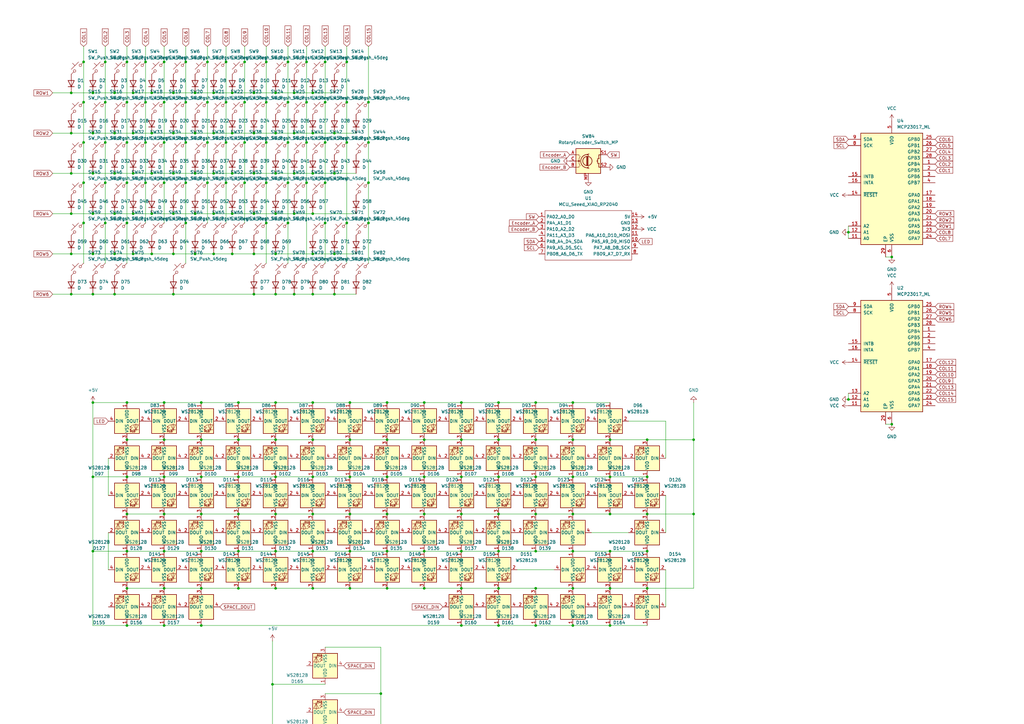
<source format=kicad_sch>
(kicad_sch (version 20241004) (generator "eeschema") (generator_version "8.99")
  (paper "A3")
  (junction (at 29.21 71.12))
  (junction (at 95.25 38.1))
  (junction (at 234.95 165.1))
  (junction (at 46.99 87.63))
  (junction (at 87.63 87.63))
  (junction (at 133.35 91.44))
  (junction (at 365.76 105.41))
  (junction (at 109.22 58.42))
  (junction (at 59.69 41.91))
  (junction (at 113.03 120.65))
  (junction (at 71.12 104.14))
  (junction (at 133.35 41.91))
  (junction (at 67.31 25.4))
  (junction (at 120.65 120.65))
  (junction (at 38.1 120.65))
  (junction (at 113.03 165.1))
  (junction (at 250.19 226.06))
  (junction (at 137.16 54.61))
  (junction (at 128.27 87.63))
  (junction (at 52.07 74.93))
  (junction (at 76.2 25.4))
  (junction (at 118.11 74.93))
  (junction (at 97.79 226.06))
  (junction (at 204.47 180.34))
  (junction (at 92.71 58.42))
  (junction (at 111.76 299.72))
  (junction (at 118.11 91.44))
  (junction (at 173.99 241.3))
  (junction (at 113.03 38.1))
  (junction (at 133.35 74.93))
  (junction (at 34.29 58.42))
  (junction (at 120.65 38.1))
  (junction (at 82.55 165.1))
  (junction (at 109.22 91.44))
  (junction (at 113.03 226.06))
  (junction (at 234.95 210.82))
  (junction (at 71.12 71.12))
  (junction (at 104.14 71.12))
  (junction (at 67.31 180.34))
  (junction (at 173.99 226.06))
  (junction (at 219.71 226.06))
  (junction (at 151.13 74.93))
  (junction (at 189.23 195.58))
  (junction (at 125.73 58.42))
  (junction (at 156.21 322.58))
  (junction (at 109.22 25.4))
  (junction (at 29.21 54.61))
  (junction (at 219.71 241.3))
  (junction (at 38.1 87.63))
  (junction (at 265.43 241.3))
  (junction (at 284.48 180.34))
  (junction (at 76.2 74.93))
  (junction (at 113.03 195.58))
  (junction (at 143.51 180.34))
  (junction (at 67.31 58.42))
  (junction (at 62.23 104.14))
  (junction (at 80.01 87.63))
  (junction (at 67.31 256.54))
  (junction (at 109.22 41.91))
  (junction (at 92.71 25.4))
  (junction (at 87.63 38.1))
  (junction (at 104.14 54.61))
  (junction (at 156.21 342.9))
  (junction (at 234.95 241.3))
  (junction (at 142.24 25.4))
  (junction (at 151.13 58.42))
  (junction (at 158.75 165.1))
  (junction (at 113.03 180.34))
  (junction (at 204.47 195.58))
  (junction (at 46.99 104.14))
  (junction (at 250.19 210.82))
  (junction (at 82.55 256.54))
  (junction (at 265.43 180.34))
  (junction (at 128.27 180.34))
  (junction (at 219.71 180.34))
  (junction (at 97.79 210.82))
  (junction (at 95.25 54.61))
  (junction (at 104.14 87.63))
  (junction (at 128.27 241.3))
  (junction (at 80.01 38.1))
  (junction (at 118.11 25.4))
  (junction (at 219.71 256.54))
  (junction (at 173.99 210.82))
  (junction (at 250.19 180.34))
  (junction (at 76.2 58.42))
  (junction (at 265.43 195.58))
  (junction (at 54.61 54.61))
  (junction (at 87.63 71.12))
  (junction (at 38.1 165.1))
  (junction (at 52.07 25.4))
  (junction (at 34.29 91.44))
  (junction (at 80.01 54.61))
  (junction (at 113.03 210.82))
  (junction (at 204.47 226.06))
  (junction (at 38.1 38.1))
  (junction (at 62.23 71.12))
  (junction (at 347.98 95.25))
  (junction (at 67.31 195.58))
  (junction (at 204.47 165.1))
  (junction (at 158.75 210.82))
  (junction (at 111.76 318.77))
  (junction (at 234.95 180.34))
  (junction (at 128.27 120.65))
  (junction (at 82.55 180.34))
  (junction (at 82.55 195.58))
  (junction (at 71.12 120.65))
  (junction (at 80.01 104.14))
  (junction (at 52.07 195.58))
  (junction (at 365.76 173.99))
  (junction (at 95.25 71.12))
  (junction (at 52.07 256.54))
  (junction (at 118.11 58.42))
  (junction (at 120.65 71.12))
  (junction (at 133.35 58.42))
  (junction (at 100.33 41.91))
  (junction (at 52.07 180.34))
  (junction (at 158.75 195.58))
  (junction (at 347.98 163.83))
  (junction (at 189.23 165.1))
  (junction (at 128.27 54.61))
  (junction (at 38.1 71.12))
  (junction (at 143.51 210.82))
  (junction (at 43.18 25.4))
  (junction (at 71.12 87.63))
  (junction (at 43.18 74.93))
  (junction (at 38.1 54.61))
  (junction (at 219.71 195.58))
  (junction (at 219.71 165.1))
  (junction (at 189.23 256.54))
  (junction (at 80.01 71.12))
  (junction (at 71.12 38.1))
  (junction (at 29.21 87.63))
  (junction (at 85.09 25.4))
  (junction (at 67.31 226.06))
  (junction (at 265.43 210.82))
  (junction (at 38.1 195.58))
  (junction (at 71.12 54.61))
  (junction (at 54.61 87.63))
  (junction (at 100.33 58.42))
  (junction (at 128.27 38.1))
  (junction (at 67.31 165.1))
  (junction (at 111.76 280.67))
  (junction (at 143.51 226.06))
  (junction (at 113.03 104.14))
  (junction (at 46.99 71.12))
  (junction (at 120.65 54.61))
  (junction (at 29.21 120.65))
  (junction (at 54.61 71.12))
  (junction (at 38.1 226.06))
  (junction (at 29.21 104.14))
  (junction (at 46.99 38.1))
  (junction (at 82.55 210.82))
  (junction (at 97.79 241.3))
  (junction (at 133.35 25.4))
  (junction (at 109.22 74.93))
  (junction (at 85.09 74.93))
  (junction (at 97.79 165.1))
  (junction (at 67.31 74.93))
  (junction (at 104.14 120.65))
  (junction (at 143.51 165.1))
  (junction (at 204.47 210.82))
  (junction (at 43.18 58.42))
  (junction (at 137.16 104.14))
  (junction (at 76.2 41.91))
  (junction (at 265.43 226.06))
  (junction (at 52.07 58.42))
  (junction (at 234.95 226.06))
  (junction (at 52.07 165.1))
  (junction (at 250.19 256.54))
  (junction (at 52.07 226.06))
  (junction (at 34.29 25.4))
  (junction (at 118.11 41.91))
  (junction (at 104.14 104.14))
  (junction (at 125.73 41.91))
  (junction (at 52.07 210.82))
  (junction (at 87.63 54.61))
  (junction (at 95.25 87.63))
  (junction (at 113.03 87.63))
  (junction (at 67.31 41.91))
  (junction (at 143.51 195.58))
  (junction (at 92.71 41.91))
  (junction (at 189.23 210.82))
  (junction (at 234.95 195.58))
  (junction (at 67.31 241.3))
  (junction (at 128.27 165.1))
  (junction (at 125.73 74.93))
  (junction (at 204.47 256.54))
  (junction (at 143.51 241.3))
  (junction (at 59.69 58.42))
  (junction (at 87.63 104.14))
  (junction (at 128.27 71.12))
  (junction (at 100.33 74.93))
  (junction (at 43.18 41.91))
  (junction (at 284.48 210.82))
  (junction (at 97.79 180.34))
  (junction (at 52.07 41.91))
  (junction (at 250.19 241.3))
  (junction (at 234.95 256.54))
  (junction (at 128.27 226.06))
  (junction (at 173.99 195.58))
  (junction (at 46.99 120.65))
  (junction (at 156.21 303.53))
  (junction (at 85.09 41.91))
  (junction (at 62.23 87.63))
  (junction (at 137.16 71.12))
  (junction (at 104.14 38.1))
  (junction (at 46.99 54.61))
  (junction (at 67.31 210.82))
  (junction (at 52.07 91.44))
  (junction (at 156.21 284.48))
  (junction (at 142.24 91.44))
  (junction (at 34.29 41.91))
  (junction (at 173.99 165.1))
  (junction (at 113.03 54.61))
  (junction (at 62.23 38.1))
  (junction (at 173.99 180.34))
  (junction (at 219.71 210.82))
  (junction (at 113.03 71.12))
  (junction (at 59.69 74.93))
  (junction (at 151.13 91.44))
  (junction (at 100.33 25.4))
  (junction (at 54.61 38.1))
  (junction (at 151.13 41.91))
  (junction (at 250.19 195.58))
  (junction (at 82.55 226.06))
  (junction (at 29.21 38.1))
  (junction (at 189.23 180.34))
  (junction (at 128.27 104.14))
  (junction (at 97.79 195.58))
  (junction (at 158.75 180.34))
  (junction (at 189.23 226.06))
  (junction (at 113.03 241.3))
  (junction (at 142.24 41.91))
  (junction (at 82.55 241.3))
  (junction (at 62.23 54.61))
  (junction (at 158.75 226.06))
  (junction (at 52.07 241.3))
  (junction (at 120.65 87.63))
  (junction (at 137.16 120.65))
  (junction (at 38.1 104.14))
  (junction (at 85.09 58.42))
  (junction (at 142.24 58.42))
  (junction (at 43.18 91.44))
  (junction (at 59.69 25.4))
  (junction (at 128.27 210.82))
  (junction (at 76.2 91.44))
  (junction (at 54.61 104.14))
  (junction (at 189.23 241.3))
  (junction (at 111.76 337.82))
  (junction (at 34.29 74.93))
  (junction (at 92.71 74.93))
  (junction (at 128.27 195.58))
  (junction (at 204.47 241.3))
  (junction (at 158.75 241.3))
  (junction (at 95.25 104.14))
  (junction (at 125.73 25.4))
  (wire (pts (xy 95.25 71.12) (xy 104.14 71.12)))
  (wire (pts (xy 125.73 25.4) (xy 125.73 41.91)))
  (wire (pts (xy 173.99 195.58) (xy 158.75 195.58)))
  (wire (pts (xy 54.61 54.61) (xy 62.23 54.61)))
  (wire (pts (xy 250.19 195.58) (xy 234.95 195.58)))
  (wire (pts (xy 76.2 41.91) (xy 76.2 58.42)))
  (wire (pts (xy 71.12 87.63) (xy 80.01 87.63)))
  (wire (pts (xy 189.23 226.06) (xy 173.99 226.06)))
  (wire (pts (xy 137.16 104.14) (xy 146.05 104.14)))
  (wire (pts (xy 43.18 25.4) (xy 43.18 41.91)))
  (wire (pts (xy 54.61 38.1) (xy 62.23 38.1)))
  (wire (pts (xy 133.35 358.14) (xy 111.76 358.14)))
  (wire (pts (xy 143.51 165.1) (xy 158.75 165.1)))
  (wire (pts (xy 111.76 280.67) (xy 111.76 299.72)))
  (wire (pts (xy 97.79 210.82) (xy 82.55 210.82)))
  (wire (pts (xy 265.43 256.54) (xy 250.19 256.54)))
  (wire (pts (xy 204.47 256.54) (xy 189.23 256.54)))
  (wire (pts (xy 97.79 165.1) (xy 113.03 165.1)))
  (wire (pts (xy 100.33 19.05) (xy 100.33 25.4)))
  (wire (pts (xy 82.55 241.3) (xy 97.79 241.3)))
  (wire (pts (xy 82.55 210.82) (xy 67.31 210.82)))
  (wire (pts (xy 67.31 165.1) (xy 82.55 165.1)))
  (wire (pts (xy 120.65 120.65) (xy 128.27 120.65)))
  (wire (pts (xy 109.22 19.05) (xy 109.22 25.4)))
  (wire (pts (xy 62.23 54.61) (xy 71.12 54.61)))
  (wire (pts (xy 104.14 120.65) (xy 113.03 120.65)))
  (wire (pts (xy 67.31 19.05) (xy 67.31 25.4)))
  (wire (pts (xy 80.01 87.63) (xy 87.63 87.63)))
  (wire (pts (xy 173.99 226.06) (xy 158.75 226.06)))
  (wire (pts (xy 133.35 25.4) (xy 133.35 41.91)))
  (wire (pts (xy 234.95 195.58) (xy 219.71 195.58)))
  (wire (pts (xy 43.18 41.91) (xy 43.18 58.42)))
  (wire (pts (xy 265.43 195.58) (xy 250.19 195.58)))
  (wire (pts (xy 95.25 38.1) (xy 104.14 38.1)))
  (wire (pts (xy 125.73 41.91) (xy 125.73 58.42)))
  (wire (pts (xy 21.59 54.61) (xy 29.21 54.61)))
  (wire (pts (xy 234.95 165.1) (xy 250.19 165.1)))
  (wire (pts (xy 219.71 180.34) (xy 234.95 180.34)))
  (wire (pts (xy 284.48 210.82) (xy 265.43 210.82)))
  (wire (pts (xy 29.21 120.65) (xy 38.1 120.65)))
  (wire (pts (xy 34.29 74.93) (xy 34.29 91.44)))
  (wire (pts (xy 118.11 91.44) (xy 118.11 107.95)))
  (wire (pts (xy 67.31 180.34) (xy 82.55 180.34)))
  (wire (pts (xy 156.21 284.48) (xy 133.35 284.48)))
  (wire (pts (xy 133.35 58.42) (xy 133.35 74.93)))
  (wire (pts (xy 38.1 87.63) (xy 46.99 87.63)))
  (wire (pts (xy 38.1 256.54) (xy 38.1 226.06)))
  (wire (pts (xy 76.2 74.93) (xy 76.2 91.44)))
  (wire (pts (xy 85.09 74.93) (xy 85.09 91.44)))
  (wire (pts (xy 204.47 165.1) (xy 219.71 165.1)))
  (wire (pts (xy 189.23 180.34) (xy 204.47 180.34)))
  (wire (pts (xy 265.43 241.3) (xy 284.48 241.3)))
  (wire (pts (xy 284.48 210.82) (xy 284.48 241.3)))
  (wire (pts (xy 143.51 241.3) (xy 158.75 241.3)))
  (wire (pts (xy 363.22 105.41) (xy 365.76 105.41)))
  (wire (pts (xy 67.31 256.54) (xy 52.07 256.54)))
  (wire (pts (xy 189.23 165.1) (xy 204.47 165.1)))
  (wire (pts (xy 284.48 180.34) (xy 284.48 210.82)))
  (wire (pts (xy 46.99 71.12) (xy 54.61 71.12)))
  (wire (pts (xy 21.59 104.14) (xy 29.21 104.14)))
  (wire (pts (xy 173.99 180.34) (xy 189.23 180.34)))
  (wire (pts (xy 46.99 87.63) (xy 54.61 87.63)))
  (wire (pts (xy 128.27 120.65) (xy 137.16 120.65)))
  (wire (pts (xy 38.1 54.61) (xy 46.99 54.61)))
  (wire (pts (xy 34.29 19.05) (xy 34.29 25.4)))
  (wire (pts (xy 85.09 41.91) (xy 85.09 58.42)))
  (wire (pts (xy 85.09 58.42) (xy 85.09 74.93)))
  (wire (pts (xy 113.03 210.82) (xy 97.79 210.82)))
  (wire (pts (xy 273.05 172.72) (xy 273.05 187.96)))
  (wire (pts (xy 284.48 165.1) (xy 284.48 180.34)))
  (wire (pts (xy 38.1 165.1) (xy 52.07 165.1)))
  (wire (pts (xy 87.63 54.61) (xy 95.25 54.61)))
  (wire (pts (xy 46.99 54.61) (xy 54.61 54.61)))
  (wire (pts (xy 128.27 210.82) (xy 113.03 210.82)))
  (wire (pts (xy 125.73 19.05) (xy 125.73 25.4)))
  (wire (pts (xy 38.1 71.12) (xy 46.99 71.12)))
  (wire (pts (xy 34.29 25.4) (xy 34.29 41.91)))
  (wire (pts (xy 133.35 303.53) (xy 156.21 303.53)))
  (wire (pts (xy 273.05 203.2) (xy 273.05 218.44)))
  (wire (pts (xy 204.47 210.82) (xy 189.23 210.82)))
  (wire (pts (xy 156.21 265.43) (xy 156.21 284.48)))
  (wire (pts (xy 109.22 91.44) (xy 109.22 107.95)))
  (wire (pts (xy 189.23 241.3) (xy 204.47 241.3)))
  (wire (pts (xy 29.21 87.63) (xy 38.1 87.63)))
  (wire (pts (xy 158.75 241.3) (xy 173.99 241.3)))
  (wire (pts (xy 76.2 19.05) (xy 76.2 25.4)))
  (wire (pts (xy 113.03 54.61) (xy 120.65 54.61)))
  (wire (pts (xy 113.03 180.34) (xy 128.27 180.34)))
  (wire (pts (xy 250.19 241.3) (xy 265.43 241.3)))
  (wire (pts (xy 118.11 58.42) (xy 118.11 74.93)))
  (wire (pts (xy 219.71 210.82) (xy 204.47 210.82)))
  (wire (pts (xy 71.12 104.14) (xy 80.01 104.14)))
  (wire (pts (xy 76.2 58.42) (xy 76.2 74.93)))
  (wire (pts (xy 52.07 226.06) (xy 38.1 226.06)))
  (wire (pts (xy 43.18 74.93) (xy 43.18 91.44)))
  (wire (pts (xy 87.63 87.63) (xy 95.25 87.63)))
  (wire (pts (xy 111.76 337.82) (xy 133.35 337.82)))
  (wire (pts (xy 52.07 180.34) (xy 67.31 180.34)))
  (wire (pts (xy 257.81 172.72) (xy 273.05 172.72)))
  (wire (pts (xy 265.43 226.06) (xy 250.19 226.06)))
  (wire (pts (xy 113.03 120.65) (xy 120.65 120.65)))
  (wire (pts (xy 113.03 87.63) (xy 120.65 87.63)))
  (wire (pts (xy 128.27 165.1) (xy 143.51 165.1)))
  (wire (pts (xy 118.11 19.05) (xy 118.11 25.4)))
  (wire (pts (xy 113.03 226.06) (xy 97.79 226.06)))
  (wire (pts (xy 29.21 54.61) (xy 38.1 54.61)))
  (wire (pts (xy 250.19 180.34) (xy 265.43 180.34)))
  (wire (pts (xy 44.45 187.96) (xy 44.45 203.2)))
  (wire (pts (xy 143.51 226.06) (xy 128.27 226.06)))
  (wire (pts (xy 111.76 299.72) (xy 133.35 299.72)))
  (wire (pts (xy 87.63 104.14) (xy 95.25 104.14)))
  (wire (pts (xy 100.33 74.93) (xy 100.33 91.44)))
  (wire (pts (xy 104.14 87.63) (xy 113.03 87.63)))
  (wire (pts (xy 38.1 226.06) (xy 38.1 195.58)))
  (wire (pts (xy 52.07 91.44) (xy 52.07 107.95)))
  (wire (pts (xy 92.71 58.42) (xy 92.71 74.93)))
  (wire (pts (xy 34.29 91.44) (xy 34.29 107.95)))
  (wire (pts (xy 46.99 38.1) (xy 54.61 38.1)))
  (wire (pts (xy 92.71 74.93) (xy 92.71 91.44)))
  (wire (pts (xy 59.69 25.4) (xy 59.69 41.91)))
  (wire (pts (xy 120.65 87.63) (xy 128.27 87.63)))
  (wire (pts (xy 219.71 226.06) (xy 204.47 226.06)))
  (wire (pts (xy 82.55 256.54) (xy 189.23 256.54)))
  (wire (pts (xy 54.61 87.63) (xy 62.23 87.63)))
  (wire (pts (xy 120.65 71.12) (xy 128.27 71.12)))
  (wire (pts (xy 133.35 41.91) (xy 133.35 58.42)))
  (wire (pts (xy 118.11 25.4) (xy 118.11 41.91)))
  (wire (pts (xy 265.43 210.82) (xy 250.19 210.82)))
  (wire (pts (xy 212.09 233.68) (xy 227.33 233.68)))
  (wire (pts (xy 250.19 210.82) (xy 234.95 210.82)))
  (wire (pts (xy 158.75 180.34) (xy 173.99 180.34)))
  (wire (pts (xy 204.47 195.58) (xy 189.23 195.58)))
  (wire (pts (xy 109.22 74.93) (xy 109.22 91.44)))
  (wire (pts (xy 82.55 195.58) (xy 67.31 195.58)))
  (wire (pts (xy 113.03 165.1) (xy 128.27 165.1)))
  (wire (pts (xy 104.14 54.61) (xy 113.03 54.61)))
  (wire (pts (xy 97.79 180.34) (xy 113.03 180.34)))
  (wire (pts (xy 29.21 38.1) (xy 38.1 38.1)))
  (wire (pts (xy 113.03 195.58) (xy 97.79 195.58)))
  (wire (pts (xy 97.79 241.3) (xy 113.03 241.3)))
  (wire (pts (xy 52.07 241.3) (xy 67.31 241.3)))
  (wire (pts (xy 62.23 104.14) (xy 71.12 104.14)))
  (wire (pts (xy 85.09 19.05) (xy 85.09 25.4)))
  (wire (pts (xy 67.31 226.06) (xy 52.07 226.06)))
  (wire (pts (xy 133.35 322.58) (xy 156.21 322.58)))
  (wire (pts (xy 104.14 104.14) (xy 113.03 104.14)))
  (wire (pts (xy 128.27 71.12) (xy 137.16 71.12)))
  (wire (pts (xy 62.23 87.63) (xy 71.12 87.63)))
  (wire (pts (xy 71.12 54.61) (xy 80.01 54.61)))
  (wire (pts (xy 67.31 25.4) (xy 67.31 41.91)))
  (wire (pts (xy 151.13 41.91) (xy 151.13 58.42)))
  (wire (pts (xy 158.75 195.58) (xy 143.51 195.58)))
  (wire (pts (xy 137.16 120.65) (xy 146.05 120.65)))
  (wire (pts (xy 67.31 241.3) (xy 82.55 241.3)))
  (wire (pts (xy 38.1 104.14) (xy 46.99 104.14)))
  (wire (pts (xy 109.22 25.4) (xy 109.22 41.91)))
  (wire (pts (xy 29.21 71.12) (xy 38.1 71.12)))
  (wire (pts (xy 118.11 41.91) (xy 118.11 58.42)))
  (wire (pts (xy 21.59 120.65) (xy 29.21 120.65)))
  (wire (pts (xy 133.35 318.77) (xy 111.76 318.77)))
  (wire (pts (xy 109.22 41.91) (xy 109.22 58.42)))
  (wire (pts (xy 151.13 58.42) (xy 151.13 74.93)))
  (wire (pts (xy 43.18 91.44) (xy 43.18 107.95)))
  (wire (pts (xy 38.1 195.58) (xy 38.1 165.1)))
  (wire (pts (xy 133.35 280.67) (xy 111.76 280.67)))
  (wire (pts (xy 189.23 210.82) (xy 173.99 210.82)))
  (wire (pts (xy 250.19 226.06) (xy 234.95 226.06)))
  (wire (pts (xy 92.71 19.05) (xy 92.71 25.4)))
  (wire (pts (xy 219.71 165.1) (xy 234.95 165.1)))
  (wire (pts (xy 156.21 284.48) (xy 156.21 303.53)))
  (wire (pts (xy 113.03 104.14) (xy 128.27 104.14)))
  (wire (pts (xy 128.27 54.61) (xy 137.16 54.61)))
  (wire (pts (xy 111.76 318.77) (xy 111.76 337.82)))
  (wire (pts (xy 52.07 256.54) (xy 38.1 256.54)))
  (wire (pts (xy 125.73 58.42) (xy 125.73 74.93)))
  (wire (pts (xy 46.99 104.14) (xy 54.61 104.14)))
  (wire (pts (xy 111.76 299.72) (xy 111.76 318.77)))
  (wire (pts (xy 158.75 226.06) (xy 143.51 226.06)))
  (wire (pts (xy 151.13 74.93) (xy 151.13 91.44)))
  (wire (pts (xy 125.73 74.93) (xy 125.73 107.95)))
  (wire (pts (xy 173.99 241.3) (xy 189.23 241.3)))
  (wire (pts (xy 52.07 25.4) (xy 52.07 41.91)))
  (wire (pts (xy 52.07 58.42) (xy 52.07 74.93)))
  (wire (pts (xy 95.25 54.61) (xy 104.14 54.61)))
  (wire (pts (xy 142.24 58.42) (xy 142.24 91.44)))
  (wire (pts (xy 156.21 342.9) (xy 156.21 365.76)))
  (wire (pts (xy 76.2 91.44) (xy 76.2 107.95)))
  (wire (pts (xy 54.61 104.14) (xy 62.23 104.14)))
  (wire (pts (xy 21.59 71.12) (xy 29.21 71.12)))
  (wire (pts (xy 133.35 265.43) (xy 156.21 265.43)))
  (wire (pts (xy 128.27 180.34) (xy 143.51 180.34)))
  (wire (pts (xy 59.69 41.91) (xy 59.69 58.42)))
  (wire (pts (xy 80.01 54.61) (xy 87.63 54.61)))
  (wire (pts (xy 43.18 19.05) (xy 43.18 25.4)))
  (wire (pts (xy 133.35 91.44) (xy 133.35 107.95)))
  (wire (pts (xy 92.71 25.4) (xy 92.71 41.91)))
  (wire (pts (xy 273.05 233.68) (xy 273.05 248.92)))
  (wire (pts (xy 29.21 104.14) (xy 38.1 104.14)))
  (wire (pts (xy 363.22 173.99) (xy 365.76 173.99)))
  (wire (pts (xy 52.07 195.58) (xy 38.1 195.58)))
  (wire (pts (xy 85.09 25.4) (xy 85.09 41.91)))
  (wire (pts (xy 219.71 195.58) (xy 204.47 195.58)))
  (wire (pts (xy 52.07 74.93) (xy 52.07 91.44)))
  (wire (pts (xy 59.69 19.05) (xy 59.69 25.4)))
  (wire (pts (xy 95.25 87.63) (xy 104.14 87.63)))
  (wire (pts (xy 242.57 218.44) (xy 257.81 218.44)))
  (wire (pts (xy 111.76 358.14) (xy 111.76 337.82)))
  (wire (pts (xy 133.35 342.9) (xy 156.21 342.9)))
  (wire (pts (xy 54.61 71.12) (xy 62.23 71.12)))
  (wire (pts (xy 234.95 210.82) (xy 219.71 210.82)))
  (wire (pts (xy 80.01 38.1) (xy 87.63 38.1)))
  (wire (pts (xy 265.43 180.34) (xy 284.48 180.34)))
  (wire (pts (xy 142.24 91.44) (xy 142.24 107.95)))
  (wire (pts (xy 82.55 256.54) (xy 67.31 256.54)))
  (wire (pts (xy 52.07 19.05) (xy 52.07 25.4)))
  (wire (pts (xy 67.31 195.58) (xy 52.07 195.58)))
  (wire (pts (xy 204.47 226.06) (xy 189.23 226.06)))
  (wire (pts (xy 52.07 165.1) (xy 67.31 165.1)))
  (wire (pts (xy 46.99 120.65) (xy 71.12 120.65)))
  (wire (pts (xy 113.03 71.12) (xy 120.65 71.12)))
  (wire (pts (xy 97.79 226.06) (xy 82.55 226.06)))
  (wire (pts (xy 120.65 38.1) (xy 128.27 38.1)))
  (wire (pts (xy 82.55 226.06) (xy 67.31 226.06)))
  (wire (pts (xy 76.2 25.4) (xy 76.2 41.91)))
  (wire (pts (xy 38.1 38.1) (xy 46.99 38.1)))
  (wire (pts (xy 100.33 41.91) (xy 100.33 58.42)))
  (wire (pts (xy 52.07 41.91) (xy 52.07 58.42)))
  (wire (pts (xy 111.76 262.89) (xy 111.76 280.67)))
  (wire (pts (xy 34.29 58.42) (xy 34.29 74.93)))
  (wire (pts (xy 21.59 38.1) (xy 29.21 38.1)))
  (wire (pts (xy 92.71 41.91) (xy 92.71 58.42)))
  (wire (pts (xy 204.47 180.34) (xy 219.71 180.34)))
  (wire (pts (xy 128.27 104.14) (xy 137.16 104.14)))
  (wire (pts (xy 21.59 87.63) (xy 29.21 87.63)))
  (wire (pts (xy 128.27 195.58) (xy 113.03 195.58)))
  (wire (pts (xy 250.19 256.54) (xy 234.95 256.54)))
  (wire (pts (xy 133.35 74.93) (xy 133.35 91.44)))
  (wire (pts (xy 34.29 41.91) (xy 34.29 58.42)))
  (wire (pts (xy 143.51 180.34) (xy 158.75 180.34)))
  (wire (pts (xy 128.27 87.63) (xy 146.05 87.63)))
  (wire (pts (xy 128.27 241.3) (xy 143.51 241.3)))
  (wire (pts (xy 62.23 38.1) (xy 71.12 38.1)))
  (wire (pts (xy 128.27 38.1) (xy 137.16 38.1)))
  (wire (pts (xy 97.79 195.58) (xy 82.55 195.58)))
  (wire (pts (xy 100.33 58.42) (xy 100.33 74.93)))
  (wire (pts (xy 173.99 210.82) (xy 158.75 210.82)))
  (wire (pts (xy 142.24 19.05) (xy 142.24 25.4)))
  (wire (pts (xy 151.13 91.44) (xy 151.13 107.95)))
  (wire (pts (xy 59.69 58.42) (xy 59.69 74.93)))
  (wire (pts (xy 156.21 303.53) (xy 156.21 322.58)))
  (wire (pts (xy 104.14 38.1) (xy 113.03 38.1)))
  (wire (pts (xy 104.14 71.12) (xy 113.03 71.12)))
  (wire (pts (xy 71.12 120.65) (xy 104.14 120.65)))
  (wire (pts (xy 80.01 71.12) (xy 87.63 71.12)))
  (wire (pts (xy 62.23 71.12) (xy 71.12 71.12)))
  (wire (pts (xy 347.98 161.29) (xy 347.98 163.83)))
  (wire (pts (xy 173.99 165.1) (xy 189.23 165.1)))
  (wire (pts (xy 137.16 54.61) (xy 146.05 54.61)))
  (wire (pts (xy 204.47 241.3) (xy 219.71 241.3)))
  (wire (pts (xy 143.51 195.58) (xy 128.27 195.58)))
  (wire (pts (xy 347.98 92.71) (xy 347.98 95.25)))
  (wire (pts (xy 142.24 25.4) (xy 142.24 41.91)))
  (wire (pts (xy 219.71 256.54) (xy 204.47 256.54)))
  (wire (pts (xy 82.55 165.1) (xy 97.79 165.1)))
  (wire (pts (xy 82.55 180.34) (xy 97.79 180.34)))
  (wire (pts (xy 113.03 241.3) (xy 128.27 241.3)))
  (wire (pts (xy 113.03 38.1) (xy 120.65 38.1)))
  (wire (pts (xy 67.31 74.93) (xy 67.31 91.44)))
  (wire (pts (xy 234.95 180.34) (xy 250.19 180.34)))
  (wire (pts (xy 234.95 226.06) (xy 219.71 226.06)))
  (wire (pts (xy 67.31 210.82) (xy 52.07 210.82)))
  (wire (pts (xy 100.33 25.4) (xy 100.33 41.91)))
  (wire (pts (xy 137.16 71.12) (xy 146.05 71.12)))
  (wire (pts (xy 143.51 210.82) (xy 128.27 210.82)))
  (wire (pts (xy 43.18 58.42) (xy 43.18 74.93)))
  (wire (pts (xy 38.1 120.65) (xy 46.99 120.65)))
  (wire (pts (xy 71.12 38.1) (xy 80.01 38.1)))
  (wire (pts (xy 67.31 41.91) (xy 67.31 58.42)))
  (wire (pts (xy 80.01 104.14) (xy 87.63 104.14)))
  (wire (pts (xy 109.22 58.42) (xy 109.22 74.93)))
  (wire (pts (xy 128.27 226.06) (xy 113.03 226.06)))
  (wire (pts (xy 151.13 19.05) (xy 151.13 41.91)))
  (wire (pts (xy 71.12 71.12) (xy 80.01 71.12)))
  (wire (pts (xy 347.98 95.25) (xy 347.98 97.79)))
  (wire (pts (xy 118.11 74.93) (xy 118.11 91.44)))
  (wire (pts (xy 133.35 19.05) (xy 133.35 25.4)))
  (wire (pts (xy 234.95 256.54) (xy 219.71 256.54)))
  (wire (pts (xy 158.75 165.1) (xy 173.99 165.1)))
  (wire (pts (xy 219.71 241.3) (xy 234.95 241.3)))
  (wire (pts (xy 44.45 218.44) (xy 44.45 233.68)))
  (wire (pts (xy 234.95 241.3) (xy 250.19 241.3)))
  (wire (pts (xy 156.21 322.58) (xy 156.21 342.9)))
  (wire (pts (xy 87.63 71.12) (xy 95.25 71.12)))
  (wire (pts (xy 87.63 38.1) (xy 95.25 38.1)))
  (wire (pts (xy 59.69 74.93) (xy 59.69 91.44)))
  (wire (pts (xy 158.75 210.82) (xy 143.51 210.82)))
  (wire (pts (xy 189.23 195.58) (xy 173.99 195.58)))
  (wire (pts (xy 120.65 54.61) (xy 128.27 54.61)))
  (wire (pts (xy 67.31 58.42) (xy 67.31 74.93)))
  (wire (pts (xy 95.25 104.14) (xy 104.14 104.14)))
  (wire (pts (xy 142.24 41.91) (xy 142.24 58.42)))
  (global_label "SDA" (shape input) (at 220.98 99.06 180) (property "Intersheetrefs" "${INTERSHEET_REFS}" (effects (hide yes))))
  (global_label "ROW2" (shape input) (at 21.59 54.61 180) (property "Intersheetrefs" "${INTERSHEET_REFS}" (effects (hide yes))))
  (global_label "SPACE_DOUT" (shape input) (at 125.73 311.15 180) (property "Intersheetrefs" "${INTERSHEET_REFS}" (effects (hide yes))))
  (global_label "ROW2" (shape input) (at 383.54 90.17 0) (property "Intersheetrefs" "${INTERSHEET_REFS}" (effects (hide yes))))
  (global_label "LED" (shape input) (at 44.45 172.72 180) (property "Intersheetrefs" "${INTERSHEET_REFS}" (effects (hide yes))))
  (global_label "COL7" (shape input) (at 383.54 97.79 0) (property "Intersheetrefs" "${INTERSHEET_REFS}" (effects (hide yes))))
  (global_label "ROW3" (shape input) (at 383.54 87.63 0) (property "Intersheetrefs" "${INTERSHEET_REFS}" (effects (hide yes))))
  (global_label "COL5" (shape input) (at 383.54 59.69 0) (property "Intersheetrefs" "${INTERSHEET_REFS}" (effects (hide yes))))
  (global_label "Encoder_B" (shape input) (at 220.98 93.98 180) (property "Intersheetrefs" "${INTERSHEET_REFS}" (effects (hide yes))))
  (global_label "SPACE_DIN" (shape input) (at 140.97 330.2 0) (property "Intersheetrefs" "${INTERSHEET_REFS}" (effects (hide yes))))
  (global_label "COL13" (shape input) (at 383.54 158.75 0) (property "Intersheetrefs" "${INTERSHEET_REFS}" (effects (hide yes))))
  (global_label "ROW5" (shape input) (at 21.59 104.14 180) (property "Intersheetrefs" "${INTERSHEET_REFS}" (effects (hide yes))))
  (global_label "COL1" (shape input) (at 383.54 69.85 0) (property "Intersheetrefs" "${INTERSHEET_REFS}" (effects (hide yes))))
  (global_label "COL3" (shape input) (at 52.07 19.05 90) (property "Intersheetrefs" "${INTERSHEET_REFS}" (effects (hide yes))))
  (global_label "COL10" (shape input) (at 383.54 153.67 0) (property "Intersheetrefs" "${INTERSHEET_REFS}" (effects (hide yes))))
  (global_label "Encoder_A" (shape input) (at 220.98 91.44 180) (property "Intersheetrefs" "${INTERSHEET_REFS}" (effects (hide yes))))
  (global_label "COL12" (shape input) (at 125.73 19.05 90) (property "Intersheetrefs" "${INTERSHEET_REFS}" (effects (hide yes))))
  (global_label "COL15" (shape input) (at 383.54 163.83 0) (property "Intersheetrefs" "${INTERSHEET_REFS}" (effects (hide yes))))
  (global_label "COL11" (shape input) (at 383.54 151.13 0) (property "Intersheetrefs" "${INTERSHEET_REFS}" (effects (hide yes))))
  (global_label "COL10" (shape input) (at 109.22 19.05 90) (property "Intersheetrefs" "${INTERSHEET_REFS}" (effects (hide yes))))
  (global_label "COL8" (shape input) (at 383.54 95.25 0) (property "Intersheetrefs" "${INTERSHEET_REFS}" (effects (hide yes))))
  (global_label "COL2" (shape input) (at 383.54 67.31 0) (property "Intersheetrefs" "${INTERSHEET_REFS}" (effects (hide yes))))
  (global_label "ROW6" (shape input) (at 21.59 120.65 180) (property "Intersheetrefs" "${INTERSHEET_REFS}" (effects (hide yes))))
  (global_label "COL2" (shape input) (at 43.18 19.05 90) (property "Intersheetrefs" "${INTERSHEET_REFS}" (effects (hide yes))))
  (global_label "SW" (shape input) (at 220.98 88.9 180) (property "Intersheetrefs" "${INTERSHEET_REFS}" (effects (hide yes))))
  (global_label "COL1" (shape input) (at 34.29 19.05 90) (property "Intersheetrefs" "${INTERSHEET_REFS}" (effects (hide yes))))
  (global_label "SCL" (shape input) (at 347.98 59.69 180) (property "Intersheetrefs" "${INTERSHEET_REFS}" (effects (hide yes))))
  (global_label "COL13" (shape input) (at 133.35 19.05 90) (property "Intersheetrefs" "${INTERSHEET_REFS}" (effects (hide yes))))
  (global_label "COL6" (shape input) (at 383.54 57.15 0) (property "Intersheetrefs" "${INTERSHEET_REFS}" (effects (hide yes))))
  (global_label "COL5" (shape input) (at 67.31 19.05 90) (property "Intersheetrefs" "${INTERSHEET_REFS}" (effects (hide yes))))
  (global_label "SDA" (shape input) (at 347.98 125.73 180) (property "Intersheetrefs" "${INTERSHEET_REFS}" (effects (hide yes))))
  (global_label "COL9" (shape input) (at 383.54 156.21 0) (property "Intersheetrefs" "${INTERSHEET_REFS}" (effects (hide yes))))
  (global_label "SPACE_DIN" (shape input) (at 140.97 311.15 0) (property "Intersheetrefs" "${INTERSHEET_REFS}" (effects (hide yes))))
  (global_label "ROW1" (shape input) (at 383.54 92.71 0) (property "Intersheetrefs" "${INTERSHEET_REFS}" (effects (hide yes))))
  (global_label "ROW4" (shape input) (at 21.59 87.63 180) (property "Intersheetrefs" "${INTERSHEET_REFS}" (effects (hide yes))))
  (global_label "ROW6" (shape input) (at 383.54 130.81 0) (property "Intersheetrefs" "${INTERSHEET_REFS}" (effects (hide yes))))
  (global_label "SCL" (shape input) (at 220.98 101.6 180) (property "Intersheetrefs" "${INTERSHEET_REFS}" (effects (hide yes))))
  (global_label "LED" (shape input) (at 261.62 99.06 0) (property "Intersheetrefs" "${INTERSHEET_REFS}" (effects (hide yes))))
  (global_label "SW" (shape input) (at 248.92 63.5 0) (property "Intersheetrefs" "${INTERSHEET_REFS}" (effects (hide yes))))
  (global_label "SPACE_DIN" (shape input) (at 140.97 292.1 0) (property "Intersheetrefs" "${INTERSHEET_REFS}" (effects (hide yes))))
  (global_label "SPACE_DIN" (shape input) (at 181.61 248.92 180) (property "Intersheetrefs" "${INTERSHEET_REFS}" (effects (hide yes))))
  (global_label "ROW3" (shape input) (at 21.59 71.12 180) (property "Intersheetrefs" "${INTERSHEET_REFS}" (effects (hide yes))))
  (global_label "COL3" (shape input) (at 383.54 64.77 0) (property "Intersheetrefs" "${INTERSHEET_REFS}" (effects (hide yes))))
  (global_label "COL4" (shape input) (at 383.54 62.23 0) (property "Intersheetrefs" "${INTERSHEET_REFS}" (effects (hide yes))))
  (global_label "SPACE_DOUT" (shape input) (at 90.17 248.92 0) (property "Intersheetrefs" "${INTERSHEET_REFS}" (effects (hide yes))))
  (global_label "SPACE_DIN" (shape input) (at 140.97 273.05 0) (property "Intersheetrefs" "${INTERSHEET_REFS}" (effects (hide yes))))
  (global_label "SDA" (shape input) (at 347.98 57.15 180) (property "Intersheetrefs" "${INTERSHEET_REFS}" (effects (hide yes))))
  (global_label "COL7" (shape input) (at 85.09 19.05 90) (property "Intersheetrefs" "${INTERSHEET_REFS}" (effects (hide yes))))
  (global_label "COL11" (shape input) (at 118.11 19.05 90) (property "Intersheetrefs" "${INTERSHEET_REFS}" (effects (hide yes))))
  (global_label "ROW4" (shape input) (at 383.54 125.73 0) (property "Intersheetrefs" "${INTERSHEET_REFS}" (effects (hide yes))))
  (global_label "COL14" (shape input) (at 142.24 19.05 90) (property "Intersheetrefs" "${INTERSHEET_REFS}" (effects (hide yes))))
  (global_label "COL6" (shape input) (at 76.2 19.05 90) (property "Intersheetrefs" "${INTERSHEET_REFS}" (effects (hide yes))))
  (global_label "COL4" (shape input) (at 59.69 19.05 90) (property "Intersheetrefs" "${INTERSHEET_REFS}" (effects (hide yes))))
  (global_label "Encoder_B" (shape input) (at 233.68 68.58 180) (property "Intersheetrefs" "${INTERSHEET_REFS}" (effects (hide yes))))
  (global_label "SPACE_DIN" (shape input) (at 140.97 350.52 0) (property "Intersheetrefs" "${INTERSHEET_REFS}" (effects (hide yes))))
  (global_label "COL14" (shape input) (at 383.54 161.29 0) (property "Intersheetrefs" "${INTERSHEET_REFS}" (effects (hide yes))))
  (global_label "COL8" (shape input) (at 92.71 19.05 90) (property "Intersheetrefs" "${INTERSHEET_REFS}" (effects (hide yes))))
  (global_label "Encoder_A" (shape input) (at 233.68 63.5 180) (property "Intersheetrefs" "${INTERSHEET_REFS}" (effects (hide yes))))
  (global_label "COL15" (shape input) (at 151.13 19.05 90) (property "Intersheetrefs" "${INTERSHEET_REFS}" (effects (hide yes))))
  (global_label "COL9" (shape input) (at 100.33 19.05 90) (property "Intersheetrefs" "${INTERSHEET_REFS}" (effects (hide yes))))
  (global_label "COL12" (shape input) (at 383.54 148.59 0) (property "Intersheetrefs" "${INTERSHEET_REFS}" (effects (hide yes))))
  (global_label "SCL" (shape input) (at 347.98 128.27 180) (property "Intersheetrefs" "${INTERSHEET_REFS}" (effects (hide yes))))
  (global_label "ROW5" (shape input) (at 383.54 128.27 0) (property "Intersheetrefs" "${INTERSHEET_REFS}" (effects (hide yes))))
  (global_label "ROW1" (shape input) (at 21.59 38.1 180) (property "Intersheetrefs" "${INTERSHEET_REFS}" (effects (hide yes))))
  (symbol (lib_id "LED:WS2812B") (at 97.79 218.44 180) (unit 1)
    (property "Reference" "D130" (at 86.36 224.8602 0))
    (property "Value" "WS2812B" (at 86.36 222.3202 0))
    (property "Footprint" "Keebio-Parts:SK6812-MINI-E" (effects (hide yes)))
    (property "Datasheet" "https://cdn-shop.adafruit.com/datasheets/WS2812B.pdf" (effects (hide yes)))
    (property "Description" "RGB LED with integrated controller" (effects (hide yes)))
  )
  (symbol (lib_id "Switch:SW_Push_45deg") (at 106.68 44.45 90) (unit 1)
    (property "Reference" "SW24" (at 110.998 37.592 90) (effects (justify right)))
    (property "Value" "SW_Push_45deg" (at 110.998 40.132 90) (effects (justify right)))
    (property "Footprint" "KB_SWITCH_MX:SW_Cherry_MX_1.00u_PCB" (effects (hide yes)))
    (property "Description" "Push button switch, normally open, two pins, 45° tilted" (effects (hide yes)))
  )
  (symbol (lib_id "Device:D") (at 87.63 50.8 90) (unit 1)
    (property "Reference" "D22" (at 90.17 49.5299 90) (effects (justify right)))
    (property "Value" "D" (at 90.17 52.0699 90) (effects (justify right)))
    (property "Footprint" "customDiode:D_0402_1005Metric_Pad0.77x0.64mm_HandSolder-withVia" (effects (hide yes)))
    (property "Description" "Diode" (effects (hide yes)))
    (property "Sim.Device" "D" (effects (hide yes)))
    (property "Sim.Pins" "1=K 2=A" (effects (hide yes)))
  )
  (symbol (lib_id "LED:WS2812B") (at 189.23 248.92 180) (unit 1)
    (property "Reference" "D159" (at 177.8 255.3402 0))
    (property "Value" "WS2812B" (at 177.8 252.8002 0))
    (property "Footprint" "Keebio-Parts:SK6812-MINI-E" (effects (hide yes)))
    (property "Datasheet" "https://cdn-shop.adafruit.com/datasheets/WS2812B.pdf" (effects (hide yes)))
    (property "Description" "RGB LED with integrated controller" (effects (hide yes)))
  )
  (symbol (lib_id "LED:WS2812B") (at 158.75 233.68 0) (unit 1)
    (property "Reference" "D148" (at 170.18 227.2598 0))
    (property "Value" "WS2812B" (at 170.18 229.7998 0))
    (property "Footprint" "Keebio-Parts:SK6812-MINI-E" (effects (hide yes)))
    (property "Datasheet" "https://cdn-shop.adafruit.com/datasheets/WS2812B.pdf" (effects (hide yes)))
    (property "Description" "RGB LED with integrated controller" (effects (hide yes)))
  )
  (symbol (lib_id "Switch:SW_Push_45deg") (at 123.19 110.49 90) (unit 1)
    (property "Reference" "SW79" (at 127.508 103.632 90) (effects (justify right)))
    (property "Value" "SW_Push_45deg" (at 127.508 106.172 90) (effects (justify right)))
    (property "Footprint" "KB_SWITCH_MX:SW_Cherry_MX_1.00u_PCB" (effects (hide yes)))
    (property "Description" "Push button switch, normally open, two pins, 45° tilted" (effects (hide yes)))
  )
  (symbol (lib_id "Switch:SW_Push_45deg") (at 139.7 93.98 90) (unit 1)
    (property "Reference" "SW71" (at 144.018 87.122 90) (effects (justify right)))
    (property "Value" "SW_Push_45deg" (at 144.018 89.662 90) (effects (justify right)))
    (property "Footprint" "KB_SWITCH_MX:SW_Cherry_MX_1.00u_PCB" (effects (hide yes)))
    (property "Description" "Push button switch, normally open, two pins, 45° tilted" (effects (hide yes)))
  )
  (symbol (lib_id "Interface_Expansion:MCP23017_ML") (at 365.76 146.05 0) (unit 1)
    (property "Reference" "U2" (at 367.9033 118.11 0) (effects (justify left)))
    (property "Value" "MCP23017_ML" (at 367.9033 120.65 0) (effects (justify left)))
    (property "Footprint" "Package_DFN_QFN:QFN-28-1EP_6x6mm_P0.65mm_EP4.25x4.25mm" (effects (hide yes)))
    (property "Datasheet" "http://ww1.microchip.com/downloads/en/DeviceDoc/20001952C.pdf" (effects (hide yes)))
    (property "Description" "16-bit I/O expander, I2C, interrupts, w pull-ups, QFN-28" (effects (hide yes)))
  )
  (symbol (lib_id "LED:WS2812B") (at 113.03 233.68 0) (unit 1)
    (property "Reference" "D145" (at 124.46 227.2598 0))
    (property "Value" "WS2812B" (at 124.46 229.7998 0))
    (property "Footprint" "Keebio-Parts:SK6812-MINI-E" (effects (hide yes)))
    (property "Datasheet" "https://cdn-shop.adafruit.com/datasheets/WS2812B.pdf" (effects (hide yes)))
    (property "Description" "RGB LED with integrated controller" (effects (hide yes)))
  )
  (symbol (lib_id "LED:WS2812B") (at 67.31 218.44 180) (unit 1)
    (property "Reference" "D128" (at 55.88 224.8602 0))
    (property "Value" "WS2812B" (at 55.88 222.3202 0))
    (property "Footprint" "Keebio-Parts:SK6812-MINI-E" (effects (hide yes)))
    (property "Datasheet" "https://cdn-shop.adafruit.com/datasheets/WS2812B.pdf" (effects (hide yes)))
    (property "Description" "RGB LED with integrated controller" (effects (hide yes)))
  )
  (symbol (lib_id "Switch:SW_Push_45deg") (at 57.15 44.45 90) (unit 1)
    (property "Reference" "SW18" (at 61.468 37.592 90) (effects (justify right)))
    (property "Value" "SW_Push_45deg" (at 61.468 40.132 90) (effects (justify right)))
    (property "Footprint" "KB_SWITCH_MX:SW_Cherry_MX_1.00u_PCB" (effects (hide yes)))
    (property "Description" "Push button switch, normally open, two pins, 45° tilted" (effects (hide yes)))
  )
  (symbol (lib_id "power:GND") (at 365.76 105.41 0) (unit 1)
    (property "Reference" "#PWR07" (effects (hide yes)))
    (property "Value" "GND" (at 365.76 110.49 0))
    (property "Description" "Power symbol creates a global label with name \"GND\" , ground" (effects (hide yes)))
  )
  (symbol (lib_id "Switch:SW_Push_45deg") (at 40.64 110.49 90) (unit 1)
    (property "Reference" "SW74" (at 44.958 103.632 90) (effects (justify right)))
    (property "Value" "SW_Push_45deg" (at 44.958 106.172 90) (effects (justify right)))
    (property "Footprint" "KB_SWITCH_MX:SW_Cherry_MX_1.25u_PCB" (effects (hide yes)))
    (property "Description" "Push button switch, normally open, two pins, 45° tilted" (effects (hide yes)))
  )
  (symbol (lib_id "Device:D") (at 29.21 67.31 90) (unit 1)
    (property "Reference" "D30" (at 31.75 66.0399 90) (effects (justify right)))
    (property "Value" "D" (at 31.75 68.5799 90) (effects (justify right)))
    (property "Footprint" "customDiode:D_0402_1005Metric_Pad0.77x0.64mm_HandSolder-withVia" (effects (hide yes)))
    (property "Description" "Diode" (effects (hide yes)))
    (property "Sim.Device" "D" (effects (hide yes)))
    (property "Sim.Pins" "1=K 2=A" (effects (hide yes)))
  )
  (symbol (lib_id "Switch:SW_Push_45deg") (at 31.75 44.45 90) (unit 1)
    (property "Reference" "SW15" (at 36.068 37.592 90) (effects (justify right)))
    (property "Value" "SW_Push_45deg" (at 36.068 40.132 90) (effects (justify right)))
    (property "Footprint" "KB_SWITCH_MX:SW_Cherry_MX_1.00u_PCB" (effects (hide yes)))
    (property "Description" "Push button switch, normally open, two pins, 45° tilted" (effects (hide yes)))
  )
  (symbol (lib_id "Switch:SW_Push_45deg") (at 130.81 110.49 90) (unit 1)
    (property "Reference" "SW80" (at 135.128 103.632 90) (effects (justify right)))
    (property "Value" "SW_Push_45deg" (at 135.128 106.172 90) (effects (justify right)))
    (property "Footprint" "KB_SWITCH_MX:SW_Cherry_MX_1.00u_PCB" (effects (hide yes)))
    (property "Description" "Push button switch, normally open, two pins, 45° tilted" (effects (hide yes)))
  )
  (symbol (lib_id "Device:D") (at 137.16 67.31 90) (unit 1)
    (property "Reference" "D43" (at 139.7 66.0399 90) (effects (justify right)))
    (property "Value" "D" (at 139.7 68.5799 90) (effects (justify right)))
    (property "Footprint" "customDiode:D_0402_1005Metric_Pad0.77x0.64mm_HandSolder-withVia" (effects (hide yes)))
    (property "Description" "Diode" (effects (hide yes)))
    (property "Sim.Device" "D" (effects (hide yes)))
    (property "Sim.Pins" "1=K 2=A" (effects (hide yes)))
  )
  (symbol (lib_id "Device:D") (at 146.05 100.33 90) (unit 1)
    (property "Reference" "D72" (at 148.59 99.0599 90) (effects (justify right)))
    (property "Value" "D" (at 148.59 101.5999 90) (effects (justify right)))
    (property "Footprint" "customDiode:D_0402_1005Metric_Pad0.77x0.64mm_HandSolder-withVia" (effects (hide yes)))
    (property "Description" "Diode" (effects (hide yes)))
    (property "Sim.Device" "D" (effects (hide yes)))
    (property "Sim.Pins" "1=K 2=A" (effects (hide yes)))
  )
  (symbol (lib_id "Switch:SW_Push_45deg") (at 49.53 44.45 90) (unit 1)
    (property "Reference" "SW17" (at 53.848 37.592 90) (effects (justify right)))
    (property "Value" "SW_Push_45deg" (at 53.848 40.132 90) (effects (justify right)))
    (property "Footprint" "KB_SWITCH_MX:SW_Cherry_MX_1.00u_PCB" (effects (hide yes)))
    (property "Description" "Push button switch, normally open, two pins, 45° tilted" (effects (hide yes)))
  )
  (symbol (lib_id "LED:WS2812B") (at 265.43 248.92 180) (unit 1)
    (property "Reference" "D164" (at 254 255.3402 0))
    (property "Value" "WS2812B" (at 254 252.8002 0))
    (property "Footprint" "Keebio-Parts:SK6812-MINI-E" (effects (hide yes)))
    (property "Datasheet" "https://cdn-shop.adafruit.com/datasheets/WS2812B.pdf" (effects (hide yes)))
    (property "Description" "RGB LED with integrated controller" (effects (hide yes)))
  )
  (symbol (lib_id "power:GND") (at 347.98 95.25 270) (unit 1)
    (property "Reference" "#PWR01" (effects (hide yes)))
    (property "Value" "GND" (at 344.17 95.2499 90) (effects (justify right)))
    (property "Description" "Power symbol creates a global label with name \"GND\" , ground" (effects (hide yes)))
  )
  (symbol (lib_id "Switch:SW_Push_45deg") (at 31.75 77.47 90) (unit 1)
    (property "Reference" "SW45" (at 36.068 70.612 90) (effects (justify right)))
    (property "Value" "SW_Push_45deg" (at 36.068 73.152 90) (effects (justify right)))
    (property "Footprint" "KB_SWITCH_MX:SW_Cherry_MX_1.75u_PCB" (effects (hide yes)))
    (property "Description" "Push button switch, normally open, two pins, 45° tilted" (effects (hide yes)))
  )
  (symbol (lib_id "Switch:SW_Push_45deg") (at 97.79 77.47 90) (unit 1)
    (property "Reference" "SW53" (at 102.108 70.612 90) (effects (justify right)))
    (property "Value" "SW_Push_45deg" (at 102.108 73.152 90) (effects (justify right)))
    (property "Footprint" "KB_SWITCH_MX:SW_Cherry_MX_1.00u_PCB" (effects (hide yes)))
    (property "Description" "Push button switch, normally open, two pins, 45° tilted" (effects (hide yes)))
  )
  (symbol (lib_id "Device:D") (at 80.01 83.82 90) (unit 1)
    (property "Reference" "D51" (at 82.55 82.5499 90) (effects (justify right)))
    (property "Value" "D" (at 82.55 85.0899 90) (effects (justify right)))
    (property "Footprint" "customDiode:D_0402_1005Metric_Pad0.77x0.64mm_HandSolder-withVia" (effects (hide yes)))
    (property "Description" "Diode" (effects (hide yes)))
    (property "Sim.Device" "D" (effects (hide yes)))
    (property "Sim.Pins" "1=K 2=A" (effects (hide yes)))
  )
  (symbol (lib_id "Switch:SW_Push_45deg") (at 148.59 60.96 90) (unit 1)
    (property "Reference" "SW44" (at 152.908 54.102 90) (effects (justify right)))
    (property "Value" "SW_Push_45deg" (at 152.908 56.642 90) (effects (justify right)))
    (property "Footprint" "KB_SWITCH_MX:SW_Cherry_MX_1.00u_PCB" (effects (hide yes)))
    (property "Description" "Push button switch, normally open, two pins, 45° tilted" (effects (hide yes)))
  )
  (symbol (lib_id "Device:D") (at 113.03 100.33 90) (unit 1)
    (property "Reference" "D69" (at 115.57 99.0599 90) (effects (justify right)))
    (property "Value" "D" (at 115.57 101.5999 90) (effects (justify right)))
    (property "Footprint" "customDiode:D_0402_1005Metric_Pad0.77x0.64mm_HandSolder-withVia" (effects (hide yes)))
    (property "Description" "Diode" (effects (hide yes)))
    (property "Sim.Device" "D" (effects (hide yes)))
    (property "Sim.Pins" "1=K 2=A" (effects (hide yes)))
  )
  (symbol (lib_id "Device:RotaryEncoder_Switch_MP") (at 241.3 66.04 0) (unit 1)
    (property "Reference" "SW84" (at 241.3 55.88 0))
    (property "Value" "RotaryEncoder_Switch_MP" (at 241.3 58.42 0))
    (property "Footprint" "Rotary_Encoder:RotaryEncoder_Alps_EC11E-Switch_Vertical_H20mm" (effects (hide yes)))
    (property "Description" "Rotary encoder, dual channel, incremental quadrate outputs, with switch and MP Pin" (effects (hide yes)))
  )
  (symbol (lib_id "Switch:SW_Push_45deg") (at 49.53 110.49 90) (unit 1)
    (property "Reference" "SW75" (at 53.848 103.632 90) (effects (justify right)))
    (property "Value" "SW_Push_45deg" (at 53.848 106.172 90) (effects (justify right)))
    (property "Footprint" "KB_SWITCH_MX:SW_Cherry_MX_1.25u_PCB" (effects (hide yes)))
    (property "Description" "Push button switch, normally open, two pins, 45° tilted" (effects (hide yes)))
  )
  (symbol (lib_id "LED:WS2812B") (at 158.75 203.2 0) (unit 1)
    (property "Reference" "D119" (at 170.18 196.7798 0))
    (property "Value" "WS2812B" (at 170.18 199.3198 0))
    (property "Footprint" "Keebio-Parts:SK6812-MINI-E" (effects (hide yes)))
    (property "Datasheet" "https://cdn-shop.adafruit.com/datasheets/WS2812B.pdf" (effects (hide yes)))
    (property "Description" "RGB LED with integrated controller" (effects (hide yes)))
  )
  (symbol (lib_id "Device:D") (at 29.21 100.33 90) (unit 1)
    (property "Reference" "D59" (at 31.75 99.0599 90) (effects (justify right)))
    (property "Value" "D" (at 31.75 101.5999 90) (effects (justify right)))
    (property "Footprint" "customDiode:D_0402_1005Metric_Pad0.77x0.64mm_HandSolder-withVia" (effects (hide yes)))
    (property "Description" "Diode" (effects (hide yes)))
    (property "Sim.Device" "D" (effects (hide yes)))
    (property "Sim.Pins" "1=K 2=A" (effects (hide yes)))
  )
  (symbol (lib_id "Device:D") (at 54.61 83.82 90) (unit 1)
    (property "Reference" "D48" (at 57.15 82.5499 90) (effects (justify right)))
    (property "Value" "D" (at 57.15 85.0899 90) (effects (justify right)))
    (property "Footprint" "customDiode:D_0402_1005Metric_Pad0.77x0.64mm_HandSolder-withVia" (effects (hide yes)))
    (property "Description" "Diode" (effects (hide yes)))
    (property "Sim.Device" "D" (effects (hide yes)))
    (property "Sim.Pins" "1=K 2=A" (effects (hide yes)))
  )
  (symbol (lib_id "LED:WS2812B") (at 189.23 187.96 180) (unit 1)
    (property "Reference" "D106" (at 177.8 194.3802 0))
    (property "Value" "WS2812B" (at 177.8 191.8402 0))
    (property "Footprint" "Keebio-Parts:SK6812-MINI-E" (effects (hide yes)))
    (property "Datasheet" "https://cdn-shop.adafruit.com/datasheets/WS2812B.pdf" (effects (hide yes)))
    (property "Description" "RGB LED with integrated controller" (effects (hide yes)))
  )
  (symbol (lib_id "Switch:SW_Push_45deg") (at 130.81 93.98 90) (unit 1)
    (property "Reference" "SW70" (at 135.128 87.122 90) (effects (justify right)))
    (property "Value" "SW_Push_45deg" (at 135.128 89.662 90) (effects (justify right)))
    (property "Footprint" "KB_SWITCH_MX:SW_Cherry_MX_1.75u_PCB" (effects (hide yes)))
    (property "Description" "Push button switch, normally open, two pins, 45° tilted" (effects (hide yes)))
  )
  (symbol (lib_id "Device:D") (at 71.12 116.84 90) (unit 1)
    (property "Reference" "D76" (at 73.66 115.5699 90) (effects (justify right)))
    (property "Value" "D" (at 73.66 118.1099 90) (effects (justify right)))
    (property "Footprint" "customDiode:D_0402_1005Metric_Pad0.77x0.64mm_HandSolder-withVia" (effects (hide yes)))
    (property "Description" "Diode" (effects (hide yes)))
    (property "Sim.Device" "D" (effects (hide yes)))
    (property "Sim.Pins" "1=K 2=A" (effects (hide yes)))
  )
  (symbol (lib_id "Switch:SW_Push_45deg") (at 64.77 77.47 90) (unit 1)
    (property "Reference" "SW49" (at 69.088 70.612 90) (effects (justify right)))
    (property "Value" "SW_Push_45deg" (at 69.088 73.152 90) (effects (justify right)))
    (property "Footprint" "KB_SWITCH_MX:SW_Cherry_MX_1.00u_PCB" (effects (hide yes)))
    (property "Description" "Push button switch, normally open, two pins, 45° tilted" (effects (hide yes)))
  )
  (symbol (lib_id "Device:D") (at 120.65 116.84 90) (unit 1)
    (property "Reference" "D79" (at 123.19 115.5699 90) (effects (justify right)))
    (property "Value" "D" (at 123.19 118.1099 90) (effects (justify right)))
    (property "Footprint" "customDiode:D_0402_1005Metric_Pad0.77x0.64mm_HandSolder-withVia" (effects (hide yes)))
    (property "Description" "Diode" (effects (hide yes)))
    (property "Sim.Device" "D" (effects (hide yes)))
    (property "Sim.Pins" "1=K 2=A" (effects (hide yes)))
  )
  (symbol (lib_id "Device:D") (at 38.1 83.82 90) (unit 1)
    (property "Reference" "D46" (at 40.64 82.5499 90) (effects (justify right)))
    (property "Value" "D" (at 40.64 85.0899 90) (effects (justify right)))
    (property "Footprint" "customDiode:D_0402_1005Metric_Pad0.77x0.64mm_HandSolder-withVia" (effects (hide yes)))
    (property "Description" "Diode" (effects (hide yes)))
    (property "Sim.Device" "D" (effects (hide yes)))
    (property "Sim.Pins" "1=K 2=A" (effects (hide yes)))
  )
  (symbol (lib_id "LED:WS2812B") (at 234.95 233.68 0) (unit 1)
    (property "Reference" "D152" (at 246.38 227.2598 0))
    (property "Value" "WS2812B" (at 246.38 229.7998 0))
    (property "Footprint" "Keebio-Parts:SK6812-MINI-E" (effects (hide yes)))
    (property "Datasheet" "https://cdn-shop.adafruit.com/datasheets/WS2812B.pdf" (effects (hide yes)))
    (property "Description" "RGB LED with integrated controller" (effects (hide yes)))
  )
  (symbol (lib_id "LED:WS2812B") (at 82.55 218.44 180) (unit 1)
    (property "Reference" "D129" (at 71.12 224.8602 0))
    (property "Value" "WS2812B" (at 71.12 222.3202 0))
    (property "Footprint" "Keebio-Parts:SK6812-MINI-E" (effects (hide yes)))
    (property "Datasheet" "https://cdn-shop.adafruit.com/datasheets/WS2812B.pdf" (effects (hide yes)))
    (property "Description" "RGB LED with integrated controller" (effects (hide yes)))
  )
  (symbol (lib_id "LED:WS2812B") (at 67.31 233.68 0) (unit 1)
    (property "Reference" "D142" (at 78.74 227.2598 0))
    (property "Value" "WS2812B" (at 78.74 229.7998 0))
    (property "Footprint" "Keebio-Parts:SK6812-MINI-E" (effects (hide yes)))
    (property "Datasheet" "https://cdn-shop.adafruit.com/datasheets/WS2812B.pdf" (effects (hide yes)))
    (property "Description" "RGB LED with integrated controller" (effects (hide yes)))
  )
  (symbol (lib_id "power:+5V") (at 38.1 165.1 0) (unit 1)
    (property "Reference" "#PWR012" (effects (hide yes)))
    (property "Value" "+5V" (at 38.1 160.02 0))
    (property "Description" "Power symbol creates a global label with name \"+5V\"" (effects (hide yes)))
  )
  (symbol (lib_id "Switch:SW_Push_45deg") (at 40.64 60.96 90) (unit 1)
    (property "Reference" "SW31" (at 44.958 54.102 90) (effects (justify right)))
    (property "Value" "SW_Push_45deg" (at 44.958 56.642 90) (effects (justify right)))
    (property "Footprint" "KB_SWITCH_MX:SW_Cherry_MX_1.00u_PCB" (effects (hide yes)))
    (property "Description" "Push button switch, normally open, two pins, 45° tilted" (effects (hide yes)))
  )
  (symbol (lib_id "Switch:SW_Push_45deg") (at 123.19 44.45 90) (unit 1)
    (property "Reference" "SW26" (at 127.508 37.592 90) (effects (justify right)))
    (property "Value" "SW_Push_45deg" (at 127.508 40.132 90) (effects (justify right)))
    (property "Footprint" "KB_SWITCH_MX:SW_Cherry_MX_1.00u_PCB" (effects (hide yes)))
    (property "Description" "Push button switch, normally open, two pins, 45° tilted" (effects (hide yes)))
  )
  (symbol (lib_id "Switch:SW_Push_45deg") (at 123.19 60.96 90) (unit 1)
    (property "Reference" "SW41" (at 127.508 54.102 90) (effects (justify right)))
    (property "Value" "SW_Push_45deg" (at 127.508 56.642 90) (effects (justify right)))
    (property "Footprint" "KB_SWITCH_MX:SW_Cherry_MX_1.00u_PCB" (effects (hide yes)))
    (property "Description" "Push button switch, normally open, two pins, 45° tilted" (effects (hide yes)))
  )
  (symbol (lib_id "Device:D") (at 104.14 100.33 90) (unit 1)
    (property "Reference" "D68" (at 106.68 99.0599 90) (effects (justify right)))
    (property "Value" "D" (at 106.68 101.5999 90) (effects (justify right)))
    (property "Footprint" "customDiode:D_0402_1005Metric_Pad0.77x0.64mm_HandSolder-withVia" (effects (hide yes)))
    (property "Description" "Diode" (effects (hide yes)))
    (property "Sim.Device" "D" (effects (hide yes)))
    (property "Sim.Pins" "1=K 2=A" (effects (hide yes)))
  )
  (symbol (lib_id "LED:WS2812B") (at 158.75 218.44 180) (unit 1)
    (property "Reference" "D134" (at 147.32 224.8602 0))
    (property "Value" "WS2812B" (at 147.32 222.3202 0))
    (property "Footprint" "Keebio-Parts:SK6812-MINI-E" (effects (hide yes)))
    (property "Datasheet" "https://cdn-shop.adafruit.com/datasheets/WS2812B.pdf" (effects (hide yes)))
    (property "Description" "RGB LED with integrated controller" (effects (hide yes)))
  )
  (symbol (lib_id "Device:D") (at 137.16 100.33 90) (unit 1)
    (property "Reference" "D71" (at 139.7 99.0599 90) (effects (justify right)))
    (property "Value" "D" (at 139.7 101.5999 90) (effects (justify right)))
    (property "Footprint" "customDiode:D_0402_1005Metric_Pad0.77x0.64mm_HandSolder-withVia" (effects (hide yes)))
    (property "Description" "Diode" (effects (hide yes)))
    (property "Sim.Device" "D" (effects (hide yes)))
    (property "Sim.Pins" "1=K 2=A" (effects (hide yes)))
  )
  (symbol (lib_id "LED:WS2812B") (at 133.35 273.05 180) (unit 1)
    (property "Reference" "D165" (at 121.92 279.4702 0))
    (property "Value" "WS2812B" (at 121.92 276.9302 0))
    (property "Footprint" "Keebio-Parts:SK6812-MINI-E" (effects (hide yes)))
    (property "Datasheet" "https://cdn-shop.adafruit.com/datasheets/WS2812B.pdf" (effects (hide yes)))
    (property "Description" "RGB LED with integrated controller" (effects (hide yes)))
  )
  (symbol (lib_id "Device:D") (at 38.1 100.33 90) (unit 1)
    (property "Reference" "D60" (at 40.64 99.0599 90) (effects (justify right)))
    (property "Value" "D" (at 40.64 101.5999 90) (effects (justify right)))
    (property "Footprint" "customDiode:D_0402_1005Metric_Pad0.77x0.64mm_HandSolder-withVia" (effects (hide yes)))
    (property "Description" "Diode" (effects (hide yes)))
    (property "Sim.Device" "D" (effects (hide yes)))
    (property "Sim.Pins" "1=K 2=A" (effects (hide yes)))
  )
  (symbol (lib_id "Device:D") (at 128.27 100.33 90) (unit 1)
    (property "Reference" "D70" (at 130.81 99.0599 90) (effects (justify right)))
    (property "Value" "D" (at 130.81 101.5999 90) (effects (justify right)))
    (property "Footprint" "customDiode:D_0402_1005Metric_Pad0.77x0.64mm_HandSolder-withVia" (effects (hide yes)))
    (property "Description" "Diode" (effects (hide yes)))
    (property "Sim.Device" "D" (effects (hide yes)))
    (property "Sim.Pins" "1=K 2=A" (effects (hide yes)))
  )
  (symbol (lib_id "Switch:SW_Push_45deg") (at 49.53 93.98 90) (unit 1)
    (property "Reference" "SW61" (at 53.848 87.122 90) (effects (justify right)))
    (property "Value" "SW_Push_45deg" (at 53.848 89.662 90) (effects (justify right)))
    (property "Footprint" "KB_SWITCH_MX:SW_Cherry_MX_1.00u_PCB" (effects (hide yes)))
    (property "Description" "Push button switch, normally open, two pins, 45° tilted" (effects (hide yes)))
  )
  (symbol (lib_id "Switch:SW_Push_45deg") (at 73.66 27.94 90) (unit 1)
    (property "Reference" "SW6" (at 77.978 21.082 90) (effects (justify right)))
    (property "Value" "SW_Push_45deg" (at 77.978 23.622 90) (effects (justify right)))
    (property "Footprint" "KB_SWITCH_MX:SW_Cherry_MX_1.00u_PCB" (effects (hide yes)))
    (property "Description" "Push button switch, normally open, two pins, 45° tilted" (effects (hide yes)))
  )
  (symbol (lib_id "Device:D") (at 71.12 83.82 90) (unit 1)
    (property "Reference" "D50" (at 73.66 82.5499 90) (effects (justify right)))
    (property "Value" "D" (at 73.66 85.0899 90) (effects (justify right)))
    (property "Footprint" "customDiode:D_0402_1005Metric_Pad0.77x0.64mm_HandSolder-withVia" (effects (hide yes)))
    (property "Description" "Diode" (effects (hide yes)))
    (property "Sim.Device" "D" (effects (hide yes)))
    (property "Sim.Pins" "1=K 2=A" (effects (hide yes)))
  )
  (symbol (lib_id "LED:WS2812B") (at 173.99 187.96 180) (unit 1)
    (property "Reference" "D105" (at 162.56 194.3802 0))
    (property "Value" "WS2812B" (at 162.56 191.8402 0))
    (property "Footprint" "Keebio-Parts:SK6812-MINI-E" (effects (hide yes)))
    (property "Datasheet" "https://cdn-shop.adafruit.com/datasheets/WS2812B.pdf" (effects (hide yes)))
    (property "Description" "RGB LED with integrated controller" (effects (hide yes)))
  )
  (symbol (lib_id "Switch:SW_Push_45deg") (at 82.55 77.47 90) (unit 1)
    (property "Reference" "SW51" (at 86.868 70.612 90) (effects (justify right)))
    (property "Value" "SW_Push_45deg" (at 86.868 73.152 90) (effects (justify right)))
    (property "Footprint" "KB_SWITCH_MX:SW_Cherry_MX_1.00u_PCB" (effects (hide yes)))
    (property "Description" "Push button switch, normally open, two pins, 45° tilted" (effects (hide yes)))
  )
  (symbol (lib_id "power:+5V") (at 111.76 262.89 0) (unit 1)
    (property "Reference" "#PWR018" (effects (hide yes)))
    (property "Value" "+5V" (at 111.76 257.81 0))
    (property "Description" "Power symbol creates a global label with name \"+5V\"" (effects (hide yes)))
  )
  (symbol (lib_id "Switch:SW_Push_45deg") (at 139.7 110.49 90) (unit 1)
    (property "Reference" "SW81" (at 144.018 103.632 90) (effects (justify right)))
    (property "Value" "SW_Push_45deg" (at 144.018 106.172 90) (effects (justify right)))
    (property "Footprint" "KB_SWITCH_MX:SW_Cherry_MX_1.00u_PCB" (effects (hide yes)))
    (property "Description" "Push button switch, normally open, two pins, 45° tilted" (effects (hide yes)))
  )
  (symbol (lib_id "power:VCC") (at 365.76 49.53 0) (unit 1)
    (property "Reference" "#PWR05" (effects (hide yes)))
    (property "Value" "VCC" (at 365.76 44.45 0))
    (property "Description" "Power symbol creates a global label with name \"VCC\"" (effects (hide yes)))
  )
  (symbol (lib_id "Device:D") (at 87.63 83.82 90) (unit 1)
    (property "Reference" "D52" (at 90.17 82.5499 90) (effects (justify right)))
    (property "Value" "D" (at 90.17 85.0899 90) (effects (justify right)))
    (property "Footprint" "customDiode:D_0402_1005Metric_Pad0.77x0.64mm_HandSolder-withVia" (effects (hide yes)))
    (property "Description" "Diode" (effects (hide yes)))
    (property "Sim.Device" "D" (effects (hide yes)))
    (property "Sim.Pins" "1=K 2=A" (effects (hide yes)))
  )
  (symbol (lib_id "power:GND") (at 248.92 68.58 90) (unit 1)
    (property "Reference" "#PWR015" (effects (hide yes)))
    (property "Value" "GND" (at 252.73 68.5799 90) (effects (justify right)))
    (property "Description" "Power symbol creates a global label with name \"GND\" , ground" (effects (hide yes)))
  )
  (symbol (lib_id "Device:D") (at 95.25 83.82 90) (unit 1)
    (property "Reference" "D53" (at 97.79 82.5499 90) (effects (justify right)))
    (property "Value" "D" (at 97.79 85.0899 90) (effects (justify right)))
    (property "Footprint" "customDiode:D_0402_1005Metric_Pad0.77x0.64mm_HandSolder-withVia" (effects (hide yes)))
    (property "Description" "Diode" (effects (hide yes)))
    (property "Sim.Device" "D" (effects (hide yes)))
    (property "Sim.Pins" "1=K 2=A" (effects (hide yes)))
  )
  (symbol (lib_id "Switch:SW_Push_45deg") (at 115.57 27.94 90) (unit 1)
    (property "Reference" "SW11" (at 119.888 21.082 90) (effects (justify right)))
    (property "Value" "SW_Push_45deg" (at 119.888 23.622 90) (effects (justify right)))
    (property "Footprint" "KB_SWITCH_MX:SW_Cherry_MX_1.00u_PCB" (effects (hide yes)))
    (property "Description" "Push button switch, normally open, two pins, 45° tilted" (effects (hide yes)))
  )
  (symbol (lib_id "LED:WS2812B") (at 128.27 233.68 0) (unit 1)
    (property "Reference" "D146" (at 139.7 227.2598 0))
    (property "Value" "WS2812B" (at 139.7 229.7998 0))
    (property "Footprint" "Keebio-Parts:SK6812-MINI-E" (effects (hide yes)))
    (property "Datasheet" "https://cdn-shop.adafruit.com/datasheets/WS2812B.pdf" (effects (hide yes)))
    (property "Description" "RGB LED with integrated controller" (effects (hide yes)))
  )
  (symbol (lib_id "Switch:SW_Push_45deg") (at 73.66 44.45 90) (unit 1)
    (property "Reference" "SW20" (at 77.978 37.592 90) (effects (justify right)))
    (property "Value" "SW_Push_45deg" (at 77.978 40.132 90) (effects (justify right)))
    (property "Footprint" "KB_SWITCH_MX:SW_Cherry_MX_1.00u_PCB" (effects (hide yes)))
    (property "Description" "Push button switch, normally open, two pins, 45° tilted" (effects (hide yes)))
  )
  (symbol (lib_id "Switch:SW_Push_45deg") (at 90.17 27.94 90) (unit 1)
    (property "Reference" "SW8" (at 94.488 21.082 90) (effects (justify right)))
    (property "Value" "SW_Push_45deg" (at 94.488 23.622 90) (effects (justify right)))
    (property "Footprint" "KB_SWITCH_MX:SW_Cherry_MX_1.00u_PCB" (effects (hide yes)))
    (property "Description" "Push button switch, normally open, two pins, 45° tilted" (effects (hide yes)))
  )
  (symbol (lib_id "Device:D") (at 54.61 67.31 90) (unit 1)
    (property "Reference" "D33" (at 57.15 66.0399 90) (effects (justify right)))
    (property "Value" "D" (at 57.15 68.5799 90) (effects (justify right)))
    (property "Footprint" "customDiode:D_0402_1005Metric_Pad0.77x0.64mm_HandSolder-withVia" (effects (hide yes)))
    (property "Description" "Diode" (effects (hide yes)))
    (property "Sim.Device" "D" (effects (hide yes)))
    (property "Sim.Pins" "1=K 2=A" (effects (hide yes)))
  )
  (symbol (lib_id "Device:D") (at 29.21 34.29 90) (unit 1)
    (property "Reference" "D1" (at 31.75 33.0199 90) (effects (justify right)))
    (property "Value" "D" (at 31.75 35.5599 90) (effects (justify right)))
    (property "Footprint" "customDiode:D_0402_1005Metric_Pad0.77x0.64mm_HandSolder-withVia" (effects (hide yes)))
    (property "Description" "Diode" (effects (hide yes)))
    (property "Sim.Device" "D" (effects (hide yes)))
    (property "Sim.Pins" "1=K 2=A" (effects (hide yes)))
  )
  (symbol (lib_id "LED:WS2812B") (at 143.51 203.2 0) (unit 1)
    (property "Reference" "D118" (at 154.94 196.7798 0))
    (property "Value" "WS2812B" (at 154.94 199.3198 0))
    (property "Footprint" "Keebio-Parts:SK6812-MINI-E" (effects (hide yes)))
    (property "Datasheet" "https://cdn-shop.adafruit.com/datasheets/WS2812B.pdf" (effects (hide yes)))
    (property "Description" "RGB LED with integrated controller" (effects (hide yes)))
  )
  (symbol (lib_id "LED:WS2812B") (at 219.71 172.72 0) (unit 1)
    (property "Reference" "D94" (at 231.14 166.2998 0))
    (property "Value" "WS2812B" (at 231.14 168.8398 0))
    (property "Footprint" "Keebio-Parts:SK6812-MINI-E" (effects (hide yes)))
    (property "Datasheet" "https://cdn-shop.adafruit.com/datasheets/WS2812B.pdf" (effects (hide yes)))
    (property "Description" "RGB LED with integrated controller" (effects (hide yes)))
  )
  (symbol (lib_id "Device:D") (at 54.61 34.29 90) (unit 1)
    (property "Reference" "D4" (at 57.15 33.0199 90) (effects (justify right)))
    (property "Value" "D" (at 57.15 35.5599 90) (effects (justify right)))
    (property "Footprint" "customDiode:D_0402_1005Metric_Pad0.77x0.64mm_HandSolder-withVia" (effects (hide yes)))
    (property "Description" "Diode" (effects (hide yes)))
    (property "Sim.Device" "D" (effects (hide yes)))
    (property "Sim.Pins" "1=K 2=A" (effects (hide yes)))
  )
  (symbol (lib_id "Switch:SW_Push_45deg") (at 73.66 110.49 90) (unit 1)
    (property "Reference" "SW76" (at 77.978 103.632 90) (effects (justify right)))
    (property "Value" "SW_Push_45deg" (at 77.978 106.172 90) (effects (justify right)))
    (property "Footprint" "KB_SWITCH_MX:SW_Cherry_MX_6.25u_PCB" (effects (hide yes)))
    (property "Description" "Push button switch, normally open, two pins, 45° tilted" (effects (hide yes)))
  )
  (symbol (lib_id "LED:WS2812B") (at 173.99 172.72 0) (unit 1)
    (property "Reference" "D91" (at 185.42 166.2998 0))
    (property "Value" "WS2812B" (at 185.42 168.8398 0))
    (property "Footprint" "Keebio-Parts:SK6812-MINI-E" (effects (hide yes)))
    (property "Datasheet" "https://cdn-shop.adafruit.com/datasheets/WS2812B.pdf" (effects (hide yes)))
    (property "Description" "RGB LED with integrated controller" (effects (hide yes)))
  )
  (symbol (lib_id "LED:WS2812B") (at 189.23 203.2 0) (unit 1)
    (property "Reference" "D121" (at 200.66 196.7798 0))
    (property "Value" "WS2812B" (at 200.66 199.3198 0))
    (property "Footprint" "Keebio-Parts:SK6812-MINI-E" (effects (hide yes)))
    (property "Datasheet" "https://cdn-shop.adafruit.com/datasheets/WS2812B.pdf" (effects (hide yes)))
    (property "Description" "RGB LED with integrated controller" (effects (hide yes)))
  )
  (symbol (lib_id "LED:WS2812B") (at 234.95 218.44 180) (unit 1)
    (property "Reference" "D139" (at 223.52 224.8602 0))
    (property "Value" "WS2812B" (at 223.52 222.3202 0))
    (property "Footprint" "Keebio-Parts:SK6812-MINI-E" (effects (hide yes)))
    (property "Datasheet" "https://cdn-shop.adafruit.com/datasheets/WS2812B.pdf" (effects (hide yes)))
    (property "Description" "RGB LED with integrated controller" (effects (hide yes)))
  )
  (symbol (lib_id "power:GND") (at 284.48 165.1 180) (unit 1)
    (property "Reference" "#PWR013" (effects (hide yes)))
    (property "Value" "GND" (at 284.48 160.02 0))
    (property "Description" "Power symbol creates a global label with name \"GND\" , ground" (effects (hide yes)))
  )
  (symbol (lib_id "Switch:SW_Push_45deg") (at 82.55 93.98 90) (unit 1)
    (property "Reference" "SW65" (at 86.868 87.122 90) (effects (justify right)))
    (property "Value" "SW_Push_45deg" (at 86.868 89.662 90) (effects (justify right)))
    (property "Footprint" "KB_SWITCH_MX:SW_Cherry_MX_1.00u_PCB" (effects (hide yes)))
    (property "Description" "Push button switch, normally open, two pins, 45° tilted" (effects (hide yes)))
  )
  (symbol (lib_id "Device:D") (at 104.14 116.84 90) (unit 1)
    (property "Reference" "D77" (at 106.68 115.5699 90) (effects (justify right)))
    (property "Value" "D" (at 106.68 118.1099 90) (effects (justify right)))
    (property "Footprint" "customDiode:D_0402_1005Metric_Pad0.77x0.64mm_HandSolder-withVia" (effects (hide yes)))
    (property "Description" "Diode" (effects (hide yes)))
    (property "Sim.Device" "D" (effects (hide yes)))
    (property "Sim.Pins" "1=K 2=A" (effects (hide yes)))
  )
  (symbol (lib_id "Device:D") (at 128.27 34.29 90) (unit 1)
    (property "Reference" "D13" (at 130.81 33.0199 90) (effects (justify right)))
    (property "Value" "D" (at 130.81 35.5599 90) (effects (justify right)))
    (property "Footprint" "customDiode:D_0402_1005Metric_Pad0.77x0.64mm_HandSolder-withVia" (effects (hide yes)))
    (property "Description" "Diode" (effects (hide yes)))
    (property "Sim.Device" "D" (effects (hide yes)))
    (property "Sim.Pins" "1=K 2=A" (effects (hide yes)))
  )
  (symbol (lib_id "LED:WS2812B") (at 158.75 172.72 0) (unit 1)
    (property "Reference" "D90" (at 170.18 166.2998 0))
    (property "Value" "WS2812B" (at 170.18 168.8398 0))
    (property "Footprint" "Keebio-Parts:SK6812-MINI-E" (effects (hide yes)))
    (property "Datasheet" "https://cdn-shop.adafruit.com/datasheets/WS2812B.pdf" (effects (hide yes)))
    (property "Description" "RGB LED with integrated controller" (effects (hide yes)))
  )
  (symbol (lib_id "Device:D") (at 128.27 67.31 90) (unit 1)
    (property "Reference" "D42" (at 130.81 66.0399 90) (effects (justify right)))
    (property "Value" "D" (at 130.81 68.5799 90) (effects (justify right)))
    (property "Footprint" "customDiode:D_0402_1005Metric_Pad0.77x0.64mm_HandSolder-withVia" (effects (hide yes)))
    (property "Description" "Diode" (effects (hide yes)))
    (property "Sim.Device" "D" (effects (hide yes)))
    (property "Sim.Pins" "1=K 2=A" (effects (hide yes)))
  )
  (symbol (lib_id "Switch:SW_Push_45deg") (at 106.68 27.94 90) (unit 1)
    (property "Reference" "SW10" (at 110.998 21.082 90) (effects (justify right)))
    (property "Value" "SW_Push_45deg" (at 110.998 23.622 90) (effects (justify right)))
    (property "Footprint" "KB_SWITCH_MX:SW_Cherry_MX_1.00u_PCB" (effects (hide yes)))
    (property "Description" "Push button switch, normally open, two pins, 45° tilted" (effects (hide yes)))
  )
  (symbol (lib_id "Device:D") (at 38.1 34.29 90) (unit 1)
    (property "Reference" "D2" (at 40.64 33.0199 90) (effects (justify right)))
    (property "Value" "D" (at 40.64 35.5599 90) (effects (justify right)))
    (property "Footprint" "customDiode:D_0402_1005Metric_Pad0.77x0.64mm_HandSolder-withVia" (effects (hide yes)))
    (property "Description" "Diode" (effects (hide yes)))
    (property "Sim.Device" "D" (effects (hide yes)))
    (property "Sim.Pins" "1=K 2=A" (effects (hide yes)))
  )
  (symbol (lib_id "Switch:SW_Push_45deg") (at 148.59 110.49 90) (unit 1)
    (property "Reference" "SW82" (at 152.908 103.632 90) (effects (justify right)))
    (property "Value" "SW_Push_45deg" (at 152.908 106.172 90) (effects (justify right)))
    (property "Footprint" "KB_SWITCH_MX:SW_Cherry_MX_1.00u_PCB" (effects (hide yes)))
    (property "Description" "Push button switch, normally open, two pins, 45° tilted" (effects (hide yes)))
  )
  (symbol (lib_id "LED:WS2812B") (at 67.31 248.92 180) (unit 1)
    (property "Reference" "D156" (at 55.88 255.3402 0))
    (property "Value" "WS2812B" (at 55.88 252.8002 0))
    (property "Footprint" "Keebio-Parts:SK6812-MINI-E" (effects (hide yes)))
    (property "Datasheet" "https://cdn-shop.adafruit.com/datasheets/WS2812B.pdf" (effects (hide yes)))
    (property "Description" "RGB LED with integrated controller" (effects (hide yes)))
  )
  (symbol (lib_id "Device:D") (at 71.12 34.29 90) (unit 1)
    (property "Reference" "D6" (at 73.66 33.0199 90) (effects (justify right)))
    (property "Value" "D" (at 73.66 35.5599 90) (effects (justify right)))
    (property "Footprint" "customDiode:D_0402_1005Metric_Pad0.77x0.64mm_HandSolder-withVia" (effects (hide yes)))
    (property "Description" "Diode" (effects (hide yes)))
    (property "Sim.Device" "D" (effects (hide yes)))
    (property "Sim.Pins" "1=K 2=A" (effects (hide yes)))
  )
  (symbol (lib_id "Switch:SW_Push_45deg") (at 64.77 44.45 90) (unit 1)
    (property "Reference" "SW19" (at 69.088 37.592 90) (effects (justify right)))
    (property "Value" "SW_Push_45deg" (at 69.088 40.132 90) (effects (justify right)))
    (property "Footprint" "KB_SWITCH_MX:SW_Cherry_MX_1.00u_PCB" (effects (hide yes)))
    (property "Description" "Push button switch, normally open, two pins, 45° tilted" (effects (hide yes)))
  )
  (symbol (lib_id "Device:D") (at 38.1 67.31 90) (unit 1)
    (property "Reference" "D31" (at 40.64 66.0399 90) (effects (justify right)))
    (property "Value" "D" (at 40.64 68.5799 90) (effects (justify right)))
    (property "Footprint" "customDiode:D_0402_1005Metric_Pad0.77x0.64mm_HandSolder-withVia" (effects (hide yes)))
    (property "Description" "Diode" (effects (hide yes)))
    (property "Sim.Device" "D" (effects (hide yes)))
    (property "Sim.Pins" "1=K 2=A" (effects (hide yes)))
  )
  (symbol (lib_id "Switch:SW_Push_45deg") (at 90.17 60.96 90) (unit 1)
    (property "Reference" "SW37" (at 94.488 54.102 90) (effects (justify right)))
    (property "Value" "SW_Push_45deg" (at 94.488 56.642 90) (effects (justify right)))
    (property "Footprint" "KB_SWITCH_MX:SW_Cherry_MX_1.00u_PCB" (effects (hide yes)))
    (property "Description" "Push button switch, normally open, two pins, 45° tilted" (effects (hide yes)))
  )
  (symbol (lib_id "Switch:SW_Push_45deg") (at 97.79 27.94 90) (unit 1)
    (property "Reference" "SW9" (at 102.108 21.082 90) (effects (justify right)))
    (property "Value" "SW_Push_45deg" (at 102.108 23.622 90) (effects (justify right)))
    (property "Footprint" "KB_SWITCH_MX:SW_Cherry_MX_1.00u_PCB" (effects (hide yes)))
    (property "Description" "Push button switch, normally open, two pins, 45° tilted" (effects (hide yes)))
  )
  (symbol (lib_id "Device:D") (at 95.25 50.8 90) (unit 1)
    (property "Reference" "D23" (at 97.79 49.5299 90) (effects (justify right)))
    (property "Value" "D" (at 97.79 52.0699 90) (effects (justify right)))
    (property "Footprint" "customDiode:D_0402_1005Metric_Pad0.77x0.64mm_HandSolder-withVia" (effects (hide yes)))
    (property "Description" "Diode" (effects (hide yes)))
    (property "Sim.Device" "D" (effects (hide yes)))
    (property "Sim.Pins" "1=K 2=A" (effects (hide yes)))
  )
  (symbol (lib_id "LED:WS2812B") (at 204.47 233.68 0) (unit 1)
    (property "Reference" "D151" (at 215.9 227.2598 0))
    (property "Value" "WS2812B" (at 215.9 229.7998 0))
    (property "Footprint" "Keebio-Parts:SK6812-MINI-E" (effects (hide yes)))
    (property "Datasheet" "https://cdn-shop.adafruit.com/datasheets/WS2812B.pdf" (effects (hide yes)))
    (property "Description" "RGB LED with integrated controller" (effects (hide yes)))
  )
  (symbol (lib_id "Switch:SW_Push_45deg") (at 139.7 60.96 90) (unit 1)
    (property "Reference" "SW43" (at 144.018 54.102 90) (effects (justify right)))
    (property "Value" "SW_Push_45deg" (at 144.018 56.642 90) (effects (justify right)))
    (property "Footprint" "KB_SWITCH_MX:SW_Cherry_MX_1.50u_PCB" (effects (hide yes)))
    (property "Description" "Push button switch, normally open, two pins, 45° tilted" (effects (hide yes)))
  )
  (symbol (lib_id "Switch:SW_Push_45deg") (at 31.75 27.94 90) (unit 1)
    (property "Reference" "SW1" (at 36.068 21.082 90) (effects (justify right)))
    (property "Value" "SW_Push_45deg" (at 36.068 23.622 90) (effects (justify right)))
    (property "Footprint" "KB_SWITCH_MX:SW_Cherry_MX_1.00u_PCB" (effects (hide yes)))
    (property "Description" "Push button switch, normally open, two pins, 45° tilted" (effects (hide yes)))
  )
  (symbol (lib_id "LED:WS2812B") (at 113.03 218.44 180) (unit 1)
    (property "Reference" "D131" (at 101.6 224.8602 0))
    (property "Value" "WS2812B" (at 101.6 222.3202 0))
    (property "Footprint" "Keebio-Parts:SK6812-MINI-E" (effects (hide yes)))
    (property "Datasheet" "https://cdn-shop.adafruit.com/datasheets/WS2812B.pdf" (effects (hide yes)))
    (property "Description" "RGB LED with integrated controller" (effects (hide yes)))
  )
  (symbol (lib_id "Switch:SW_Push_45deg") (at 148.59 44.45 90) (unit 1)
    (property "Reference" "SW29" (at 152.908 37.592 90) (effects (justify right)))
    (property "Value" "SW_Push_45deg" (at 152.908 40.132 90) (effects (justify right)))
    (property "Footprint" "KB_SWITCH_MX:SW_Cherry_MX_1.00u_PCB" (effects (hide yes)))
    (property "Description" "Push button switch, normally open, two pins, 45° tilted" (effects (hide yes)))
  )
  (symbol (lib_id "LED:WS2812B") (at 158.75 187.96 180) (unit 1)
    (property "Reference" "D104" (at 147.32 194.3802 0))
    (property "Value" "WS2812B" (at 147.32 191.8402 0))
    (property "Footprint" "Keebio-Parts:SK6812-MINI-E" (effects (hide yes)))
    (property "Datasheet" "https://cdn-shop.adafruit.com/datasheets/WS2812B.pdf" (effects (hide yes)))
    (property "Description" "RGB LED with integrated controller" (effects (hide yes)))
  )
  (symbol (lib_id "Switch:SW_Push_45deg") (at 130.81 27.94 90) (unit 1)
    (property "Reference" "SW13" (at 135.128 21.082 90) (effects (justify right)))
    (property "Value" "SW_Push_45deg" (at 135.128 23.622 90) (effects (justify right)))
    (property "Footprint" "KB_SWITCH_MX:SW_Cherry_MX_1.00u_PCB" (effects (hide yes)))
    (property "Description" "Push button switch, normally open, two pins, 45° tilted" (effects (hide yes)))
  )
  (symbol (lib_id "Switch:SW_Push_45deg") (at 73.66 93.98 90) (unit 1)
    (property "Reference" "SW64" (at 77.978 87.122 90) (effects (justify right)))
    (property "Value" "SW_Push_45deg" (at 77.978 89.662 90) (effects (justify right)))
    (property "Footprint" "KB_SWITCH_MX:SW_Cherry_MX_1.00u_PCB" (effects (hide yes)))
    (property "Description" "Push button switch, normally open, two pins, 45° tilted" (effects (hide yes)))
  )
  (symbol (lib_id "LED:WS2812B") (at 189.23 172.72 0) (unit 1)
    (property "Reference" "D92" (at 200.66 166.2998 0))
    (property "Value" "WS2812B" (at 200.66 168.8398 0))
    (property "Footprint" "Keebio-Parts:SK6812-MINI-E" (effects (hide yes)))
    (property "Datasheet" "https://cdn-shop.adafruit.com/datasheets/WS2812B.pdf" (effects (hide yes)))
    (property "Description" "RGB LED with integrated controller" (effects (hide yes)))
  )
  (symbol (lib_id "LED:WS2812B") (at 173.99 203.2 0) (unit 1)
    (property "Reference" "D120" (at 185.42 196.7798 0))
    (property "Value" "WS2812B" (at 185.42 199.3198 0))
    (property "Footprint" "Keebio-Parts:SK6812-MINI-E" (effects (hide yes)))
    (property "Datasheet" "https://cdn-shop.adafruit.com/datasheets/WS2812B.pdf" (effects (hide yes)))
    (property "Description" "RGB LED with integrated controller" (effects (hide yes)))
  )
  (symbol (lib_id "LED:WS2812B") (at 234.95 172.72 0) (unit 1)
    (property "Reference" "D95" (at 246.38 166.2998 0))
    (property "Value" "WS2812B" (at 246.38 168.8398 0))
    (property "Footprint" "Keebio-Parts:SK6812-MINI-E" (effects (hide yes)))
    (property "Datasheet" "https://cdn-shop.adafruit.com/datasheets/WS2812B.pdf" (effects (hide yes)))
    (property "Description" "RGB LED with integrated controller" (effects (hide yes)))
  )
  (symbol (lib_id "Device:D") (at 80.01 67.31 90) (unit 1)
    (property "Reference" "D36" (at 82.55 66.0399 90) (effects (justify right)))
    (property "Value" "D" (at 82.55 68.5799 90) (effects (justify right)))
    (property "Footprint" "customDiode:D_0402_1005Metric_Pad0.77x0.64mm_HandSolder-withVia" (effects (hide yes)))
    (property "Description" "Diode" (effects (hide yes)))
    (property "Sim.Device" "D" (effects (hide yes)))
    (property "Sim.Pins" "1=K 2=A" (effects (hide yes)))
  )
  (symbol (lib_id "LED:WS2812B") (at 82.55 187.96 180) (unit 1)
    (property "Reference" "D99" (at 71.12 194.3802 0))
    (property "Value" "WS2812B" (at 71.12 191.8402 0))
    (property "Footprint" "Keebio-Parts:SK6812-MINI-E" (effects (hide yes)))
    (property "Datasheet" "https://cdn-shop.adafruit.com/datasheets/WS2812B.pdf" (effects (hide yes)))
    (property "Description" "RGB LED with integrated controller" (effects (hide yes)))
  )
  (symbol (lib_id "LED:WS2812B") (at 133.35 292.1 180) (unit 1)
    (property "Reference" "D166" (at 121.92 298.5202 0))
    (property "Value" "WS2812B" (at 121.92 295.9802 0))
    (property "Footprint" "Keebio-Parts:SK6812-MINI-E" (effects (hide yes)))
    (property "Datasheet" "https://cdn-shop.adafruit.com/datasheets/WS2812B.pdf" (effects (hide yes)))
    (property "Description" "RGB LED with integrated controller" (effects (hide yes)))
  )
  (symbol (lib_id "LED:WS2812B") (at 204.47 187.96 180) (unit 1)
    (property "Reference" "D107" (at 193.04 194.3802 0))
    (property "Value" "WS2812B" (at 193.04 191.8402 0))
    (property "Footprint" "Keebio-Parts:SK6812-MINI-E" (effects (hide yes)))
    (property "Datasheet" "https://cdn-shop.adafruit.com/datasheets/WS2812B.pdf" (effects (hide yes)))
    (property "Description" "RGB LED with integrated controller" (effects (hide yes)))
  )
  (symbol (lib_id "Switch:SW_Push_45deg") (at 49.53 60.96 90) (unit 1)
    (property "Reference" "SW32" (at 53.848 54.102 90) (effects (justify right)))
    (property "Value" "SW_Push_45deg" (at 53.848 56.642 90) (effects (justify right)))
    (property "Footprint" "KB_SWITCH_MX:SW_Cherry_MX_1.00u_PCB" (effects (hide yes)))
    (property "Description" "Push button switch, normally open, two pins, 45° tilted" (effects (hide yes)))
  )
  (symbol (lib_id "Device:D") (at 62.23 50.8 90) (unit 1)
    (property "Reference" "D19" (at 64.77 49.5299 90) (effects (justify right)))
    (property "Value" "D" (at 64.77 52.0699 90) (effects (justify right)))
    (property "Footprint" "customDiode:D_0402_1005Metric_Pad0.77x0.64mm_HandSolder-withVia" (effects (hide yes)))
    (property "Description" "Diode" (effects (hide yes)))
    (property "Sim.Device" "D" (effects (hide yes)))
    (property "Sim.Pins" "1=K 2=A" (effects (hide yes)))
  )
  (symbol (lib_id "Device:D") (at 80.01 50.8 90) (unit 1)
    (property "Reference" "D21" (at 82.55 49.5299 90) (effects (justify right)))
    (property "Value" "D" (at 82.55 52.0699 90) (effects (justify right)))
    (property "Footprint" "customDiode:D_0402_1005Metric_Pad0.77x0.64mm_HandSolder-withVia" (effects (hide yes)))
    (property "Description" "Diode" (effects (hide yes)))
    (property "Sim.Device" "D" (effects (hide yes)))
    (property "Sim.Pins" "1=K 2=A" (effects (hide yes)))
  )
  (symbol (lib_id "Switch:SW_Push_45deg") (at 64.77 93.98 90) (unit 1)
    (property "Reference" "SW63" (at 69.088 87.122 90) (effects (justify right)))
    (property "Value" "SW_Push_45deg" (at 69.088 89.662 90) (effects (justify right)))
    (property "Footprint" "KB_SWITCH_MX:SW_Cherry_MX_1.00u_PCB" (effects (hide yes)))
    (property "Description" "Push button switch, normally open, two pins, 45° tilted" (effects (hide yes)))
  )
  (symbol (lib_id "Switch:SW_Push_45deg") (at 82.55 27.94 90) (unit 1)
    (property "Reference" "SW7" (at 86.868 21.082 90) (effects (justify right)))
    (property "Value" "SW_Push_45deg" (at 86.868 23.622 90) (effects (justify right)))
    (property "Footprint" "KB_SWITCH_MX:SW_Cherry_MX_1.00u_PCB" (effects (hide yes)))
    (property "Description" "Push button switch, normally open, two pins, 45° tilted" (effects (hide yes)))
  )
  (symbol (lib_id "Device:D") (at 128.27 116.84 90) (unit 1)
    (property "Reference" "D80" (at 130.81 115.5699 90) (effects (justify right)))
    (property "Value" "D" (at 130.81 118.1099 90) (effects (justify right)))
    (property "Footprint" "customDiode:D_0402_1005Metric_Pad0.77x0.64mm_HandSolder-withVia" (effects (hide yes)))
    (property "Description" "Diode" (effects (hide yes)))
    (property "Sim.Device" "D" (effects (hide yes)))
    (property "Sim.Pins" "1=K 2=A" (effects (hide yes)))
  )
  (symbol (lib_id "LED:WS2812B") (at 143.51 233.68 0) (unit 1)
    (property "Reference" "D147" (at 154.94 227.2598 0))
    (property "Value" "WS2812B" (at 154.94 229.7998 0))
    (property "Footprint" "Keebio-Parts:SK6812-MINI-E" (effects (hide yes)))
    (property "Datasheet" "https://cdn-shop.adafruit.com/datasheets/WS2812B.pdf" (effects (hide yes)))
    (property "Description" "RGB LED with integrated controller" (effects (hide yes)))
  )
  (symbol (lib_id "Device:D") (at 62.23 34.29 90) (unit 1)
    (property "Reference" "D5" (at 64.77 33.0199 90) (effects (justify right)))
    (property "Value" "D" (at 64.77 35.5599 90) (effects (justify right)))
    (property "Footprint" "customDiode:D_0402_1005Metric_Pad0.77x0.64mm_HandSolder-withVia" (effects (hide yes)))
    (property "Description" "Diode" (effects (hide yes)))
    (property "Sim.Device" "D" (effects (hide yes)))
    (property "Sim.Pins" "1=K 2=A" (effects (hide yes)))
  )
  (symbol (lib_id "Switch:SW_Push_45deg") (at 73.66 77.47 90) (unit 1)
    (property "Reference" "SW50" (at 77.978 70.612 90) (effects (justify right)))
    (property "Value" "SW_Push_45deg" (at 77.978 73.152 90) (effects (justify right)))
    (property "Footprint" "KB_SWITCH_MX:SW_Cherry_MX_1.00u_PCB" (effects (hide yes)))
    (property "Description" "Push button switch, normally open, two pins, 45° tilted" (effects (hide yes)))
  )
  (symbol (lib_id "Device:D") (at 113.03 116.84 90) (unit 1)
    (property "Reference" "D78" (at 115.57 115.5699 90) (effects (justify right)))
    (property "Value" "D" (at 115.57 118.1099 90) (effects (justify right)))
    (property "Footprint" "customDiode:D_0402_1005Metric_Pad0.77x0.64mm_HandSolder-withVia" (effects (hide yes)))
    (property "Description" "Diode" (effects (hide yes)))
    (property "Sim.Device" "D" (effects (hide yes)))
    (property "Sim.Pins" "1=K 2=A" (effects (hide yes)))
  )
  (symbol (lib_id "Device:D") (at 62.23 83.82 90) (unit 1)
    (property "Reference" "D49" (at 64.77 82.5499 90) (effects (justify right)))
    (property "Value" "D" (at 64.77 85.0899 90) (effects (justify right)))
    (property "Footprint" "customDiode:D_0402_1005Metric_Pad0.77x0.64mm_HandSolder-withVia" (effects (hide yes)))
    (property "Description" "Diode" (effects (hide yes)))
    (property "Sim.Device" "D" (effects (hide yes)))
    (property "Sim.Pins" "1=K 2=A" (effects (hide yes)))
  )
  (symbol (lib_id "Switch:SW_Push_45deg") (at 106.68 60.96 90) (unit 1)
    (property "Reference" "SW39" (at 110.998 54.102 90) (effects (justify right)))
    (property "Value" "SW_Push_45deg" (at 110.998 56.642 90) (effects (justify right)))
    (property "Footprint" "KB_SWITCH_MX:SW_Cherry_MX_1.00u_PCB" (effects (hide yes)))
    (property "Description" "Push button switch, normally open, two pins, 45° tilted" (effects (hide yes)))
  )
  (symbol (lib_id "LED:WS2812B") (at 113.03 187.96 180) (unit 1)
    (property "Reference" "D101" (at 101.6 194.3802 0))
    (property "Value" "WS2812B" (at 101.6 191.8402 0))
    (property "Footprint" "Keebio-Parts:SK6812-MINI-E" (effects (hide yes)))
    (property "Datasheet" "https://cdn-shop.adafruit.com/datasheets/WS2812B.pdf" (effects (hide yes)))
    (property "Description" "RGB LED with integrated controller" (effects (hide yes)))
  )
  (symbol (lib_id "Switch:SW_Push_45deg") (at 57.15 27.94 90) (unit 1)
    (property "Reference" "SW4" (at 61.468 21.082 90) (effects (justify right)))
    (property "Value" "SW_Push_45deg" (at 61.468 23.622 90) (effects (justify right)))
    (property "Footprint" "KB_SWITCH_MX:SW_Cherry_MX_1.00u_PCB" (effects (hide yes)))
    (property "Description" "Push button switch, normally open, two pins, 45° tilted" (effects (hide yes)))
  )
  (symbol (lib_id "LED:WS2812B") (at 113.03 172.72 0) (unit 1)
    (property "Reference" "D87" (at 124.46 166.2998 0))
    (property "Value" "WS2812B" (at 124.46 168.8398 0))
    (property "Footprint" "Keebio-Parts:SK6812-MINI-E" (effects (hide yes)))
    (property "Datasheet" "https://cdn-shop.adafruit.com/datasheets/WS2812B.pdf" (effects (hide yes)))
    (property "Description" "RGB LED with integrated controller" (effects (hide yes)))
  )
  (symbol (lib_id "Switch:SW_Push_45deg") (at 115.57 77.47 90) (unit 1)
    (property "Reference" "SW55" (at 119.888 70.612 90) (effects (justify right)))
    (property "Value" "SW_Push_45deg" (at 119.888 73.152 90) (effects (justify right)))
    (property "Footprint" "KB_SWITCH_MX:SW_Cherry_MX_1.00u_PCB" (effects (hide yes)))
    (property "Description" "Push button switch, normally open, two pins, 45° tilted" (effects (hide yes)))
  )
  (symbol (lib_id "LED:WS2812B") (at 52.07 248.92 180) (unit 1)
    (property "Reference" "D155" (at 40.64 255.3402 0))
    (property "Value" "WS2812B" (at 40.64 252.8002 0))
    (property "Footprint" "Keebio-Parts:SK6812-MINI-E" (effects (hide yes)))
    (property "Datasheet" "https://cdn-shop.adafruit.com/datasheets/WS2812B.pdf" (effects (hide yes)))
    (property "Description" "RGB LED with integrated controller" (effects (hide yes)))
  )
  (symbol (lib_id "LED:WS2812B") (at 97.79 172.72 0) (unit 1)
    (property "Reference" "D86" (at 109.22 166.2998 0))
    (property "Value" "WS2812B" (at 109.22 168.8398 0))
    (property "Footprint" "Keebio-Parts:SK6812-MINI-E" (effects (hide yes)))
    (property "Datasheet" "https://cdn-shop.adafruit.com/datasheets/WS2812B.pdf" (effects (hide yes)))
    (property "Description" "RGB LED with integrated controller" (effects (hide yes)))
  )
  (symbol (lib_id "Device:D") (at 128.27 83.82 90) (unit 1)
    (property "Reference" "D57" (at 130.81 82.5499 90) (effects (justify right)))
    (property "Value" "D" (at 130.81 85.0899 90) (effects (justify right)))
    (property "Footprint" "customDiode:D_0402_1005Metric_Pad0.77x0.64mm_HandSolder-withVia" (effects (hide yes)))
    (property "Description" "Diode" (effects (hide yes)))
    (property "Sim.Device" "D" (effects (hide yes)))
    (property "Sim.Pins" "1=K 2=A" (effects (hide yes)))
  )
  (symbol (lib_id "Switch:SW_Push_45deg") (at 130.81 77.47 90) (unit 1)
    (property "Reference" "SW57" (at 135.128 70.612 90) (effects (justify right)))
    (property "Value" "SW_Push_45deg" (at 135.128 73.152 90) (effects (justify right)))
    (property "Footprint" "KB_SWITCH_MX:SW_Cherry_MX_2.25u_PCB" (effects (hide yes)))
    (property "Description" "Push button switch, normally open, two pins, 45° tilted" (effects (hide yes)))
  )
  (symbol (lib_id "Switch:SW_Push_45deg") (at 82.55 44.45 90) (unit 1)
    (property "Reference" "SW21" (at 86.868 37.592 90) (effects (justify right)))
    (property "Value" "SW_Push_45deg" (at 86.868 40.132 90) (effects (justify right)))
    (property "Footprint" "KB_SWITCH_MX:SW_Cherry_MX_1.00u_PCB" (effects (hide yes)))
    (property "Description" "Push button switch, normally open, two pins, 45° tilted" (effects (hide yes)))
  )
  (symbol (lib_id "Device:D") (at 120.65 50.8 90) (unit 1)
    (property "Reference" "D26" (at 123.19 49.5299 90) (effects (justify right)))
    (property "Value" "D" (at 123.19 52.0699 90) (effects (justify right)))
    (property "Footprint" "customDiode:D_0402_1005Metric_Pad0.77x0.64mm_HandSolder-withVia" (effects (hide yes)))
    (property "Description" "Diode" (effects (hide yes)))
    (property "Sim.Device" "D" (effects (hide yes)))
    (property "Sim.Pins" "1=K 2=A" (effects (hide yes)))
  )
  (symbol (lib_id "Switch:SW_Push_45deg") (at 139.7 27.94 90) (unit 1)
    (property "Reference" "SW14" (at 144.018 21.082 90) (effects (justify right)))
    (property "Value" "SW_Push_45deg" (at 144.018 23.622 90) (effects (justify right)))
    (property "Footprint" "KB_SWITCH_MX:SW_Cherry_MX_1.00u_PCB" (effects (hide yes)))
    (property "Description" "Push button switch, normally open, two pins, 45° tilted" (effects (hide yes)))
  )
  (symbol (lib_id "LED:WS2812B") (at 143.51 172.72 0) (unit 1)
    (property "Reference" "D89" (at 154.94 166.2998 0))
    (property "Value" "WS2812B" (at 154.94 168.8398 0))
    (property "Footprint" "Keebio-Parts:SK6812-MINI-E" (effects (hide yes)))
    (property "Datasheet" "https://cdn-shop.adafruit.com/datasheets/WS2812B.pdf" (effects (hide yes)))
    (property "Description" "RGB LED with integrated controller" (effects (hide yes)))
  )
  (symbol (lib_id "LED:WS2812B") (at 67.31 187.96 180) (unit 1)
    (property "Reference" "D98" (at 55.88 194.3802 0))
    (property "Value" "WS2812B" (at 55.88 191.8402 0))
    (property "Footprint" "Keebio-Parts:SK6812-MINI-E" (effects (hide yes)))
    (property "Datasheet" "https://cdn-shop.adafruit.com/datasheets/WS2812B.pdf" (effects (hide yes)))
    (property "Description" "RGB LED with integrated controller" (effects (hide yes)))
  )
  (symbol (lib_id "LED:WS2812B") (at 234.95 248.92 180) (unit 1)
    (property "Reference" "D162" (at 223.52 255.3402 0))
    (property "Value" "WS2812B" (at 223.52 252.8002 0))
    (property "Footprint" "Keebio-Parts:SK6812-MINI-E" (effects (hide yes)))
    (property "Datasheet" "https://cdn-shop.adafruit.com/datasheets/WS2812B.pdf" (effects (hide yes)))
    (property "Description" "RGB LED with integrated controller" (effects (hide yes)))
  )
  (symbol (lib_id "Switch:SW_Push_45deg") (at 97.79 44.45 90) (unit 1)
    (property "Reference" "SW23" (at 102.108 37.592 90) (effects (justify right)))
    (property "Value" "SW_Push_45deg" (at 102.108 40.132 90) (effects (justify right)))
    (property "Footprint" "KB_SWITCH_MX:SW_Cherry_MX_1.00u_PCB" (effects (hide yes)))
    (property "Description" "Push button switch, normally open, two pins, 45° tilted" (effects (hide yes)))
  )
  (symbol (lib_id "LED:WS2812B") (at 219.71 218.44 180) (unit 1)
    (property "Reference" "D138" (at 208.28 224.8602 0))
    (property "Value" "WS2812B" (at 208.28 222.3202 0))
    (property "Footprint" "Keebio-Parts:SK6812-MINI-E" (effects (hide yes)))
    (property "Datasheet" "https://cdn-shop.adafruit.com/datasheets/WS2812B.pdf" (effects (hide yes)))
    (property "Description" "RGB LED with integrated controller" (effects (hide yes)))
  )
  (symbol (lib_id "ScottoKeebs:MCU_Seeed_XIAO_RP2040") (at 240.03 96.52 0) (unit 1)
    (property "Reference" "U1" (at 241.3 81.28 0))
    (property "Value" "MCU_Seeed_XIAO_RP2040" (at 241.3 83.82 0))
    (property "Footprint" "xiao:XIAO-RP2040-DIP" (effects (hide yes)))
  )
  (symbol (lib_id "Device:D") (at 71.12 100.33 90) (unit 1)
    (property "Reference" "D64" (at 73.66 99.0599 90) (effects (justify right)))
    (property "Value" "D" (at 73.66 101.5999 90) (effects (justify right)))
    (property "Footprint" "customDiode:D_0402_1005Metric_Pad0.77x0.64mm_HandSolder-withVia" (effects (hide yes)))
    (property "Description" "Diode" (effects (hide yes)))
    (property "Sim.Device" "D" (effects (hide yes)))
    (property "Sim.Pins" "1=K 2=A" (effects (hide yes)))
  )
  (symbol (lib_id "LED:WS2812B") (at 250.19 172.72 0) (unit 1)
    (property "Reference" "D96" (at 261.62 166.2998 0))
    (property "Value" "WS2812B" (at 261.62 168.8398 0))
    (property "Footprint" "Keebio-Parts:SK6812-MINI-E" (effects (hide yes)))
    (property "Datasheet" "https://cdn-shop.adafruit.com/datasheets/WS2812B.pdf" (effects (hide yes)))
    (property "Description" "RGB LED with integrated controller" (effects (hide yes)))
  )
  (symbol (lib_id "Device:D") (at 29.21 50.8 90) (unit 1)
    (property "Reference" "D15" (at 31.75 49.5299 90) (effects (justify right)))
    (property "Value" "D" (at 31.75 52.0699 90) (effects (justify right)))
    (property "Footprint" "customDiode:D_0402_1005Metric_Pad0.77x0.64mm_HandSolder-withVia" (effects (hide yes)))
    (property "Description" "Diode" (effects (hide yes)))
    (property "Sim.Device" "D" (effects (hide yes)))
    (property "Sim.Pins" "1=K 2=A" (effects (hide yes)))
  )
  (symbol (lib_id "LED:WS2812B") (at 128.27 172.72 0) (unit 1)
    (property "Reference" "D88" (at 139.7 166.2998 0))
    (property "Value" "WS2812B" (at 139.7 168.8398 0))
    (property "Footprint" "Keebio-Parts:SK6812-MINI-E" (effects (hide yes)))
    (property "Datasheet" "https://cdn-shop.adafruit.com/datasheets/WS2812B.pdf" (effects (hide yes)))
    (property "Description" "RGB LED with integrated controller" (effects (hide yes)))
  )
  (symbol (lib_id "Device:D") (at 137.16 34.29 90) (unit 1)
    (property "Reference" "D14" (at 139.7 33.0199 90) (effects (justify right)))
    (property "Value" "D" (at 139.7 35.5599 90) (effects (justify right)))
    (property "Footprint" "customDiode:D_0402_1005Metric_Pad0.77x0.64mm_HandSolder-withVia" (effects (hide yes)))
    (property "Description" "Diode" (effects (hide yes)))
    (property "Sim.Device" "D" (effects (hide yes)))
    (property "Sim.Pins" "1=K 2=A" (effects (hide yes)))
  )
  (symbol (lib_id "LED:WS2812B") (at 128.27 187.96 180) (unit 1)
    (property "Reference" "D102" (at 116.84 194.3802 0))
    (property "Value" "WS2812B" (at 116.84 191.8402 0))
    (property "Footprint" "Keebio-Parts:SK6812-MINI-E" (effects (hide yes)))
    (property "Datasheet" "https://cdn-shop.adafruit.com/datasheets/WS2812B.pdf" (effects (hide yes)))
    (property "Description" "RGB LED with integrated controller" (effects (hide yes)))
  )
  (symbol (lib_id "LED:WS2812B") (at 52.07 172.72 0) (unit 1)
    (property "Reference" "D83" (at 63.5 166.2998 0))
    (property "Value" "WS2812B" (at 63.5 168.8398 0))
    (property "Footprint" "Keebio-Parts:SK6812-MINI-E" (effects (hide yes)))
    (property "Datasheet" "https://cdn-shop.adafruit.com/datasheets/WS2812B.pdf" (effects (hide yes)))
    (property "Description" "RGB LED with integrated controller" (effects (hide yes)))
  )
  (symbol (lib_id "LED:WS2812B") (at 143.51 218.44 180) (unit 1)
    (property "Reference" "D133" (at 132.08 224.8602 0))
    (property "Value" "WS2812B" (at 132.08 222.3202 0))
    (property "Footprint" "Keebio-Parts:SK6812-MINI-E" (effects (hide yes)))
    (property "Datasheet" "https://cdn-shop.adafruit.com/datasheets/WS2812B.pdf" (effects (hide yes)))
    (property "Description" "RGB LED with integrated controller" (effects (hide yes)))
  )
  (symbol (lib_id "Device:D") (at 62.23 100.33 90) (unit 1)
    (property "Reference" "D63" (at 64.77 99.0599 90) (effects (justify right)))
    (property "Value" "D" (at 64.77 101.5999 90) (effects (justify right)))
    (property "Footprint" "customDiode:D_0402_1005Metric_Pad0.77x0.64mm_HandSolder-withVia" (effects (hide yes)))
    (property "Description" "Diode" (effects (hide yes)))
    (property "Sim.Device" "D" (effects (hide yes)))
    (property "Sim.Pins" "1=K 2=A" (effects (hide yes)))
  )
  (symbol (lib_id "Switch:SW_Push_45deg") (at 82.55 60.96 90) (unit 1)
    (property "Reference" "SW36" (at 86.868 54.102 90) (effects (justify right)))
    (property "Value" "SW_Push_45deg" (at 86.868 56.642 90) (effects (justify right)))
    (property "Footprint" "KB_SWITCH_MX:SW_Cherry_MX_1.00u_PCB" (effects (hide yes)))
    (property "Description" "Push button switch, normally open, two pins, 45° tilted" (effects (hide yes)))
  )
  (symbol (lib_id "LED:WS2812B") (at 265.43 203.2 0) (unit 1)
    (property "Reference" "D126" (at 276.86 196.7798 0))
    (property "Value" "WS2812B" (at 276.86 199.3198 0))
    (property "Footprint" "Keebio-Parts:SK6812-MINI-E" (effects (hide yes)))
    (property "Datasheet" "https://cdn-shop.adafruit.com/datasheets/WS2812B.pdf" (effects (hide yes)))
    (property "Description" "RGB LED with integrated controller" (effects (hide yes)))
  )
  (symbol (lib_id "LED:WS2812B") (at 133.35 311.15 180) (unit 1)
    (property "Reference" "D167" (at 121.92 317.5702 0))
    (property "Value" "WS2812B" (at 121.92 315.0302 0))
    (property "Footprint" "Keebio-Parts:SK6812-MINI-E" (effects (hide yes)))
    (property "Datasheet" "https://cdn-shop.adafruit.com/datasheets/WS2812B.pdf" (effects (hide yes)))
    (property "Description" "RGB LED with integrated controller" (effects (hide yes)))
  )
  (symbol (lib_id "Switch:SW_Push_45deg") (at 31.75 110.49 90) (unit 1)
    (property "Reference" "SW73" (at 36.068 103.632 90) (effects (justify right)))
    (property "Value" "SW_Push_45deg" (at 36.068 106.172 90) (effects (justify right)))
    (property "Footprint" "KB_SWITCH_MX:SW_Cherry_MX_1.25u_PCB" (effects (hide yes)))
    (property "Description" "Push button switch, normally open, two pins, 45° tilted" (effects (hide yes)))
  )
  (symbol (lib_id "LED:WS2812B") (at 82.55 172.72 0) (unit 1)
    (property "Reference" "D85" (at 93.98 166.2998 0))
    (property "Value" "WS2812B" (at 93.98 168.8398 0))
    (property "Footprint" "Keebio-Parts:SK6812-MINI-E" (effects (hide yes)))
    (property "Datasheet" "https://cdn-shop.adafruit.com/datasheets/WS2812B.pdf" (effects (hide yes)))
    (property "Description" "RGB LED with integrated controller" (effects (hide yes)))
  )
  (symbol (lib_id "Device:D") (at 120.65 67.31 90) (unit 1)
    (property "Reference" "D41" (at 123.19 66.0399 90) (effects (justify right)))
    (property "Value" "D" (at 123.19 68.5799 90) (effects (justify right)))
    (property "Footprint" "customDiode:D_0402_1005Metric_Pad0.77x0.64mm_HandSolder-withVia" (effects (hide yes)))
    (property "Description" "Diode" (effects (hide yes)))
    (property "Sim.Device" "D" (effects (hide yes)))
    (property "Sim.Pins" "1=K 2=A" (effects (hide yes)))
  )
  (symbol (lib_id "Device:D") (at 38.1 50.8 90) (unit 1)
    (property "Reference" "D16" (at 40.64 49.5299 90) (effects (justify right)))
    (property "Value" "D" (at 40.64 52.0699 90) (effects (justify right)))
    (property "Footprint" "customDiode:D_0402_1005Metric_Pad0.77x0.64mm_HandSolder-withVia" (effects (hide yes)))
    (property "Description" "Diode" (effects (hide yes)))
    (property "Sim.Device" "D" (effects (hide yes)))
    (property "Sim.Pins" "1=K 2=A" (effects (hide yes)))
  )
  (symbol (lib_id "Switch:SW_Push_45deg") (at 57.15 60.96 90) (unit 1)
    (property "Reference" "SW33" (at 61.468 54.102 90) (effects (justify right)))
    (property "Value" "SW_Push_45deg" (at 61.468 56.642 90) (effects (justify right)))
    (property "Footprint" "KB_SWITCH_MX:SW_Cherry_MX_1.00u_PCB" (effects (hide yes)))
    (property "Description" "Push button switch, normally open, two pins, 45° tilted" (effects (hide yes)))
  )
  (symbol (lib_id "Switch:SW_Push_45deg") (at 115.57 93.98 90) (unit 1)
    (property "Reference" "SW69" (at 119.888 87.122 90) (effects (justify right)))
    (property "Value" "SW_Push_45deg" (at 119.888 89.662 90) (effects (justify right)))
    (property "Footprint" "KB_SWITCH_MX:SW_Cherry_MX_1.00u_PCB" (effects (hide yes)))
    (property "Description" "Push button switch, normally open, two pins, 45° tilted" (effects (hide yes)))
  )
  (symbol (lib_id "power:+5V") (at 261.62 88.9 270) (unit 1)
    (property "Reference" "#PWR011" (effects (hide yes)))
    (property "Value" "+5V" (at 265.43 88.8999 90) (effects (justify left)))
    (property "Description" "Power symbol creates a global label with name \"+5V\"" (effects (hide yes)))
  )
  (symbol (lib_id "Switch:SW_Push_45deg") (at 64.77 60.96 90) (unit 1)
    (property "Reference" "SW34" (at 69.088 54.102 90) (effects (justify right)))
    (property "Value" "SW_Push_45deg" (at 69.088 56.642 90) (effects (justify right)))
    (property "Footprint" "KB_SWITCH_MX:SW_Cherry_MX_1.00u_PCB" (effects (hide yes)))
    (property "Description" "Push button switch, normally open, two pins, 45° tilted" (effects (hide yes)))
  )
  (symbol (lib_id "Device:D") (at 80.01 34.29 90) (unit 1)
    (property "Reference" "D7" (at 82.55 33.0199 90) (effects (justify right)))
    (property "Value" "D" (at 82.55 35.5599 90) (effects (justify right)))
    (property "Footprint" "customDiode:D_0402_1005Metric_Pad0.77x0.64mm_HandSolder-withVia" (effects (hide yes)))
    (property "Description" "Diode" (effects (hide yes)))
    (property "Sim.Device" "D" (effects (hide yes)))
    (property "Sim.Pins" "1=K 2=A" (effects (hide yes)))
  )
  (symbol (lib_id "LED:WS2812B") (at 82.55 248.92 180) (unit 1)
    (property "Reference" "D157" (at 71.12 255.3402 0))
    (property "Value" "WS2812B" (at 71.12 252.8002 0))
    (property "Footprint" "Keebio-Parts:SK6812-MINI-E" (effects (hide yes)))
    (property "Datasheet" "https://cdn-shop.adafruit.com/datasheets/WS2812B.pdf" (effects (hide yes)))
    (property "Description" "RGB LED with integrated controller" (effects (hide yes)))
  )
  (symbol (lib_id "LED:WS2812B") (at 219.71 187.96 180) (unit 1)
    (property "Reference" "D108" (at 208.28 194.3802 0))
    (property "Value" "WS2812B" (at 208.28 191.8402 0))
    (property "Footprint" "Keebio-Parts:SK6812-MINI-E" (effects (hide yes)))
    (property "Datasheet" "https://cdn-shop.adafruit.com/datasheets/WS2812B.pdf" (effects (hide yes)))
    (property "Description" "RGB LED with integrated controller" (effects (hide yes)))
  )
  (symbol (lib_id "Device:D") (at 38.1 116.84 90) (unit 1)
    (property "Reference" "D74" (at 40.64 115.5699 90) (effects (justify right)))
    (property "Value" "D" (at 40.64 118.1099 90) (effects (justify right)))
    (property "Footprint" "customDiode:D_0402_1005Metric_Pad0.77x0.64mm_HandSolder-withVia" (effects (hide yes)))
    (property "Description" "Diode" (effects (hide yes)))
    (property "Sim.Device" "D" (effects (hide yes)))
    (property "Sim.Pins" "1=K 2=A" (effects (hide yes)))
  )
  (symbol (lib_id "LED:WS2812B") (at 250.19 248.92 180) (unit 1)
    (property "Reference" "D163" (at 238.76 255.3402 0))
    (property "Value" "WS2812B" (at 238.76 252.8002 0))
    (property "Footprint" "Keebio-Parts:SK6812-MINI-E" (effects (hide yes)))
    (property "Datasheet" "https://cdn-shop.adafruit.com/datasheets/WS2812B.pdf" (effects (hide yes)))
    (property "Description" "RGB LED with integrated controller" (effects (hide yes)))
  )
  (symbol (lib_id "Switch:SW_Push_45deg") (at 97.79 60.96 90) (unit 1)
    (property "Reference" "SW38" (at 102.108 54.102 90) (effects (justify right)))
    (property "Value" "SW_Push_45deg" (at 102.108 56.642 90) (effects (justify right)))
    (property "Footprint" "KB_SWITCH_MX:SW_Cherry_MX_1.00u_PCB" (effects (hide yes)))
    (property "Description" "Push button switch, normally open, two pins, 45° tilted" (effects (hide yes)))
  )
  (symbol (lib_id "LED:WS2812B") (at 219.71 248.92 180) (unit 1)
    (property "Reference" "D161" (at 208.28 255.3402 0))
    (property "Value" "WS2812B" (at 208.28 252.8002 0))
    (property "Footprint" "Keebio-Parts:SK6812-MINI-E" (effects (hide yes)))
    (property "Datasheet" "https://cdn-shop.adafruit.com/datasheets/WS2812B.pdf" (effects (hide yes)))
    (property "Description" "RGB LED with integrated controller" (effects (hide yes)))
  )
  (symbol (lib_id "power:VCC") (at 347.98 80.01 90) (unit 1)
    (property "Reference" "#PWR010" (effects (hide yes)))
    (property "Value" "VCC" (at 344.17 80.0099 90) (effects (justify left)))
    (property "Description" "Power symbol creates a global label with name \"VCC\"" (effects (hide yes)))
  )
  (symbol (lib_id "power:VCC") (at 347.98 166.37 90) (unit 1)
    (property "Reference" "#PWR03" (effects (hide yes)))
    (property "Value" "VCC" (at 344.17 166.3699 90) (effects (justify left)))
    (property "Description" "Power symbol creates a global label with name \"VCC\"" (effects (hide yes)))
  )
  (symbol (lib_id "Switch:SW_Push_45deg") (at 106.68 77.47 90) (unit 1)
    (property "Reference" "SW54" (at 110.998 70.612 90) (effects (justify right)))
    (property "Value" "SW_Push_45deg" (at 110.998 73.152 90) (effects (justify right)))
    (property "Footprint" "KB_SWITCH_MX:SW_Cherry_MX_1.00u_PCB" (effects (hide yes)))
    (property "Description" "Push button switch, normally open, two pins, 45° tilted" (effects (hide yes)))
  )
  (symbol (lib_id "Device:D") (at 46.99 83.82 90) (unit 1)
    (property "Reference" "D47" (at 49.53 82.5499 90) (effects (justify right)))
    (property "Value" "D" (at 49.53 85.0899 90) (effects (justify right)))
    (property "Footprint" "customDiode:D_0402_1005Metric_Pad0.77x0.64mm_HandSolder-withVia" (effects (hide yes)))
    (property "Description" "Diode" (effects (hide yes)))
    (property "Sim.Device" "D" (effects (hide yes)))
    (property "Sim.Pins" "1=K 2=A" (effects (hide yes)))
  )
  (symbol (lib_id "Switch:SW_Push_45deg") (at 106.68 110.49 90) (unit 1)
    (property "Reference" "SW77" (at 110.998 103.632 90) (effects (justify right)))
    (property "Value" "SW_Push_45deg" (at 110.998 106.172 90) (effects (justify right)))
    (property "Footprint" "KB_SWITCH_MX:SW_Cherry_MX_1.00u_PCB" (effects (hide yes)))
    (property "Description" "Push button switch, normally open, two pins, 45° tilted" (effects (hide yes)))
  )
  (symbol (lib_id "Switch:SW_Push_45deg") (at 90.17 77.47 90) (unit 1)
    (property "Reference" "SW52" (at 94.488 70.612 90) (effects (justify right)))
    (property "Value" "SW_Push_45deg" (at 94.488 73.152 90) (effects (justify right)))
    (property "Footprint" "KB_SWITCH_MX:SW_Cherry_MX_1.00u_PCB" (effects (hide yes)))
    (property "Description" "Push button switch, normally open, two pins, 45° tilted" (effects (hide yes)))
  )
  (symbol (lib_id "LED:WS2812B") (at 204.47 172.72 0) (unit 1)
    (property "Reference" "D93" (at 215.9 166.2998 0))
    (property "Value" "WS2812B" (at 215.9 168.8398 0))
    (property "Footprint" "Keebio-Parts:SK6812-MINI-E" (effects (hide yes)))
    (property "Datasheet" "https://cdn-shop.adafruit.com/datasheets/WS2812B.pdf" (effects (hide yes)))
    (property "Description" "RGB LED with integrated controller" (effects (hide yes)))
  )
  (symbol (lib_id "Device:D") (at 46.99 116.84 90) (unit 1)
    (property "Reference" "D75" (at 49.53 115.5699 90) (effects (justify right)))
    (property "Value" "D" (at 49.53 118.1099 90) (effects (justify right)))
    (property "Footprint" "customDiode:D_0402_1005Metric_Pad0.77x0.64mm_HandSolder-withVia" (effects (hide yes)))
    (property "Description" "Diode" (effects (hide yes)))
    (property "Sim.Device" "D" (effects (hide yes)))
    (property "Sim.Pins" "1=K 2=A" (effects (hide yes)))
  )
  (symbol (lib_id "LED:WS2812B") (at 82.55 203.2 0) (unit 1)
    (property "Reference" "D114" (at 93.98 196.7798 0))
    (property "Value" "WS2812B" (at 93.98 199.3198 0))
    (property "Footprint" "Keebio-Parts:SK6812-MINI-E" (effects (hide yes)))
    (property "Datasheet" "https://cdn-shop.adafruit.com/datasheets/WS2812B.pdf" (effects (hide yes)))
    (property "Description" "RGB LED with integrated controller" (effects (hide yes)))
  )
  (symbol (lib_id "Switch:SW_Push_45deg") (at 40.64 44.45 90) (unit 1)
    (property "Reference" "SW16" (at 44.958 37.592 90) (effects (justify right)))
    (property "Value" "SW_Push_45deg" (at 44.958 40.132 90) (effects (justify right)))
    (property "Footprint" "KB_SWITCH_MX:SW_Cherry_MX_1.00u_PCB" (effects (hide yes)))
    (property "Description" "Push button switch, normally open, two pins, 45° tilted" (effects (hide yes)))
  )
  (symbol (lib_id "Device:D") (at 87.63 67.31 90) (unit 1)
    (property "Reference" "D37" (at 90.17 66.0399 90) (effects (justify right)))
    (property "Value" "D" (at 90.17 68.5799 90) (effects (justify right)))
    (property "Footprint" "customDiode:D_0402_1005Metric_Pad0.77x0.64mm_HandSolder-withVia" (effects (hide yes)))
    (property "Description" "Diode" (effects (hide yes)))
    (property "Sim.Device" "D" (effects (hide yes)))
    (property "Sim.Pins" "1=K 2=A" (effects (hide yes)))
  )
  (symbol (lib_id "power:VCC") (at 347.98 148.59 90) (unit 1)
    (property "Reference" "#PWR09" (effects (hide yes)))
    (property "Value" "VCC" (at 344.17 148.5899 90) (effects (justify left)))
    (property "Description" "Power symbol creates a global label with name \"VCC\"" (effects (hide yes)))
  )
  (symbol (lib_id "LED:WS2812B") (at 82.55 233.68 0) (unit 1)
    (property "Reference" "D143" (at 93.98 227.2598 0))
    (property "Value" "WS2812B" (at 93.98 229.7998 0))
    (property "Footprint" "Keebio-Parts:SK6812-MINI-E" (effects (hide yes)))
    (property "Datasheet" "https://cdn-shop.adafruit.com/datasheets/WS2812B.pdf" (effects (hide yes)))
    (property "Description" "RGB LED with integrated controller" (effects (hide yes)))
  )
  (symbol (lib_id "power:GND") (at 156.21 365.76 0) (unit 1)
    (property "Reference" "#PWR017" (effects (hide yes)))
    (property "Value" "GND" (at 156.21 370.84 0))
    (property "Description" "Power symbol creates a global label with name \"GND\" , ground" (effects (hide yes)))
  )
  (symbol (lib_id "LED:WS2812B") (at 189.23 233.68 0) (unit 1)
    (property "Reference" "D150" (at 200.66 227.2598 0))
    (property "Value" "WS2812B" (at 200.66 229.7998 0))
    (property "Footprint" "Keebio-Parts:SK6812-MINI-E" (effects (hide yes)))
    (property "Datasheet" "https://cdn-shop.adafruit.com/datasheets/WS2812B.pdf" (effects (hide yes)))
    (property "Description" "RGB LED with integrated controller" (effects (hide yes)))
  )
  (symbol (lib_id "LED:WS2812B") (at 52.07 187.96 180) (unit 1)
    (property "Reference" "D97" (at 40.64 194.3802 0))
    (property "Value" "WS2812B" (at 40.64 191.8402 0))
    (property "Footprint" "Keebio-Parts:SK6812-MINI-E" (effects (hide yes)))
    (property "Datasheet" "https://cdn-shop.adafruit.com/datasheets/WS2812B.pdf" (effects (hide yes)))
    (property "Description" "RGB LED with integrated controller" (effects (hide yes)))
  )
  (symbol (lib_id "Switch:SW_Push_45deg") (at 57.15 93.98 90) (unit 1)
    (property "Reference" "SW62" (at 61.468 87.122 90) (effects (justify right)))
    (property "Value" "SW_Push_45deg" (at 61.468 89.662 90) (effects (justify right)))
    (property "Footprint" "KB_SWITCH_MX:SW_Cherry_MX_1.00u_PCB" (effects (hide yes)))
    (property "Description" "Push button switch, normally open, two pins, 45° tilted" (effects (hide yes)))
  )
  (symbol (lib_id "Switch:SW_Push_45deg") (at 40.64 93.98 90) (unit 1)
    (property "Reference" "SW60" (at 44.958 87.122 90) (effects (justify right)))
    (property "Value" "SW_Push_45deg" (at 44.958 89.662 90) (effects (justify right)))
    (property "Footprint" "KB_SWITCH_MX:SW_Cherry_MX_1.00u_PCB" (effects (hide yes)))
    (property "Description" "Push button switch, normally open, two pins, 45° tilted" (effects (hide yes)))
  )
  (symbol (lib_id "LED:WS2812B") (at 265.43 233.68 0) (unit 1)
    (property "Reference" "D154" (at 276.86 227.2598 0))
    (property "Value" "WS2812B" (at 276.86 229.7998 0))
    (property "Footprint" "Keebio-Parts:SK6812-MINI-E" (effects (hide yes)))
    (property "Datasheet" "https://cdn-shop.adafruit.com/datasheets/WS2812B.pdf" (effects (hide yes)))
    (property "Description" "RGB LED with integrated controller" (effects (hide yes)))
  )
  (symbol (lib_id "Device:D") (at 137.16 116.84 90) (unit 1)
    (property "Reference" "D81" (at 139.7 115.5699 90) (effects (justify right)))
    (property "Value" "D" (at 139.7 118.1099 90) (effects (justify right)))
    (property "Footprint" "customDiode:D_0402_1005Metric_Pad0.77x0.64mm_HandSolder-withVia" (effects (hide yes)))
    (property "Description" "Diode" (effects (hide yes)))
    (property "Sim.Device" "D" (effects (hide yes)))
    (property "Sim.Pins" "1=K 2=A" (effects (hide yes)))
  )
  (symbol (lib_id "Device:D") (at 80.01 100.33 90) (unit 1)
    (property "Reference" "D65" (at 82.55 99.0599 90) (effects (justify right)))
    (property "Value" "D" (at 82.55 101.5999 90) (effects (justify right)))
    (property "Footprint" "customDiode:D_0402_1005Metric_Pad0.77x0.64mm_HandSolder-withVia" (effects (hide yes)))
    (property "Description" "Diode" (effects (hide yes)))
    (property "Sim.Device" "D" (effects (hide yes)))
    (property "Sim.Pins" "1=K 2=A" (effects (hide yes)))
  )
  (symbol (lib_id "power:GND") (at 241.3 73.66 0) (unit 1)
    (property "Reference" "#PWR014" (effects (hide yes)))
    (property "Value" "GND" (at 241.3 78.74 0))
    (property "Description" "Power symbol creates a global label with name \"GND\" , ground" (effects (hide yes)))
  )
  (symbol (lib_id "Device:D") (at 46.99 100.33 90) (unit 1)
    (property "Reference" "D61" (at 49.53 99.0599 90) (effects (justify right)))
    (property "Value" "D" (at 49.53 101.5999 90) (effects (justify right)))
    (property "Footprint" "customDiode:D_0402_1005Metric_Pad0.77x0.64mm_HandSolder-withVia" (effects (hide yes)))
    (property "Description" "Diode" (effects (hide yes)))
    (property "Sim.Device" "D" (effects (hide yes)))
    (property "Sim.Pins" "1=K 2=A" (effects (hide yes)))
  )
  (symbol (lib_id "LED:WS2812B") (at 52.07 218.44 180) (unit 1)
    (property "Reference" "D127" (at 40.64 224.8602 0))
    (property "Value" "WS2812B" (at 40.64 222.3202 0))
    (property "Footprint" "Keebio-Parts:SK6812-MINI-E" (effects (hide yes)))
    (property "Datasheet" "https://cdn-shop.adafruit.com/datasheets/WS2812B.pdf" (effects (hide yes)))
    (property "Description" "RGB LED with integrated controller" (effects (hide yes)))
  )
  (symbol (lib_id "Device:D") (at 113.03 50.8 90) (unit 1)
    (property "Reference" "D25" (at 115.57 49.5299 90) (effects (justify right)))
    (property "Value" "D" (at 115.57 52.0699 90) (effects (justify right)))
    (property "Footprint" "customDiode:D_0402_1005Metric_Pad0.77x0.64mm_HandSolder-withVia" (effects (hide yes)))
    (property "Description" "Diode" (effects (hide yes)))
    (property "Sim.Device" "D" (effects (hide yes)))
    (property "Sim.Pins" "1=K 2=A" (effects (hide yes)))
  )
  (symbol (lib_id "Device:D") (at 104.14 50.8 90) (unit 1)
    (property "Reference" "D24" (at 106.68 49.5299 90) (effects (justify right)))
    (property "Value" "D" (at 106.68 52.0699 90) (effects (justify right)))
    (property "Footprint" "customDiode:D_0402_1005Metric_Pad0.77x0.64mm_HandSolder-withVia" (effects (hide yes)))
    (property "Description" "Diode" (effects (hide yes)))
    (property "Sim.Device" "D" (effects (hide yes)))
    (property "Sim.Pins" "1=K 2=A" (effects (hide yes)))
  )
  (symbol (lib_id "LED:WS2812B") (at 250.19 233.68 0) (unit 1)
    (property "Reference" "D153" (at 261.62 227.2598 0))
    (property "Value" "WS2812B" (at 261.62 229.7998 0))
    (property "Footprint" "Keebio-Parts:SK6812-MINI-E" (effects (hide yes)))
    (property "Datasheet" "https://cdn-shop.adafruit.com/datasheets/WS2812B.pdf" (effects (hide yes)))
    (property "Description" "RGB LED with integrated controller" (effects (hide yes)))
  )
  (symbol (lib_id "Switch:SW_Push_45deg") (at 90.17 93.98 90) (unit 1)
    (property "Reference" "SW66" (at 94.488 87.122 90) (effects (justify right)))
    (property "Value" "SW_Push_45deg" (at 94.488 89.662 90) (effects (justify right)))
    (property "Footprint" "KB_SWITCH_MX:SW_Cherry_MX_1.00u_PCB" (effects (hide yes)))
    (property "Description" "Push button switch, normally open, two pins, 45° tilted" (effects (hide yes)))
  )
  (symbol (lib_id "LED:WS2812B") (at 133.35 350.52 180) (unit 1)
    (property "Reference" "D169" (at 121.92 356.9402 0))
    (property "Value" "WS2812B" (at 121.92 354.4002 0))
    (property "Footprint" "Keebio-Parts:SK6812-MINI-E" (effects (hide yes)))
    (property "Datasheet" "https://cdn-shop.adafruit.com/datasheets/WS2812B.pdf" (effects (hide yes)))
    (property "Description" "RGB LED with integrated controller" (effects (hide yes)))
  )
  (symbol (lib_id "Switch:SW_Push_45deg") (at 148.59 77.47 90) (unit 1)
    (property "Reference" "SW58" (at 152.908 70.612 90) (effects (justify right)))
    (property "Value" "SW_Push_45deg" (at 152.908 73.152 90) (effects (justify right)))
    (property "Footprint" "KB_SWITCH_MX:SW_Cherry_MX_1.00u_PCB" (effects (hide yes)))
    (property "Description" "Push button switch, normally open, two pins, 45° tilted" (effects (hide yes)))
  )
  (symbol (lib_id "Device:D") (at 146.05 50.8 90) (unit 1)
    (property "Reference" "D29" (at 148.59 49.5299 90) (effects (justify right)))
    (property "Value" "D" (at 148.59 52.0699 90) (effects (justify right)))
    (property "Footprint" "customDiode:D_0402_1005Metric_Pad0.77x0.64mm_HandSolder-withVia" (effects (hide yes)))
    (property "Description" "Diode" (effects (hide yes)))
    (property "Sim.Device" "D" (effects (hide yes)))
    (property "Sim.Pins" "1=K 2=A" (effects (hide yes)))
  )
  (symbol (lib_id "LED:WS2812B") (at 234.95 203.2 0) (unit 1)
    (property "Reference" "D124" (at 246.38 196.7798 0))
    (property "Value" "WS2812B" (at 246.38 199.3198 0))
    (property "Footprint" "Keebio-Parts:SK6812-MINI-E" (effects (hide yes)))
    (property "Datasheet" "https://cdn-shop.adafruit.com/datasheets/WS2812B.pdf" (effects (hide yes)))
    (property "Description" "RGB LED with integrated controller" (effects (hide yes)))
  )
  (symbol (lib_id "Switch:SW_Push_45deg") (at 106.68 93.98 90) (unit 1)
    (property "Reference" "SW68" (at 110.998 87.122 90) (effects (justify right)))
    (property "Value" "SW_Push_45deg" (at 110.998 89.662 90) (effects (justify right)))
    (property "Footprint" "KB_SWITCH_MX:SW_Cherry_MX_1.00u_PCB" (effects (hide yes)))
    (property "Description" "Push button switch, normally open, two pins, 45° tilted" (effects (hide yes)))
  )
  (symbol (lib_id "Switch:SW_Push_45deg") (at 57.15 77.47 90) (unit 1)
    (property "Reference" "SW48" (at 61.468 70.612 90) (effects (justify right)))
    (property "Value" "SW_Push_45deg" (at 61.468 73.152 90) (effects (justify right)))
    (property "Footprint" "KB_SWITCH_MX:SW_Cherry_MX_1.00u_PCB" (effects (hide yes)))
    (property "Description" "Push button switch, normally open, two pins, 45° tilted" (effects (hide yes)))
  )
  (symbol (lib_id "Device:D") (at 146.05 83.82 90) (unit 1)
    (property "Reference" "D58" (at 148.59 82.5499 90) (effects (justify right)))
    (property "Value" "D" (at 148.59 85.0899 90) (effects (justify right)))
    (property "Footprint" "customDiode:D_0402_1005Metric_Pad0.77x0.64mm_HandSolder-withVia" (effects (hide yes)))
    (property "Description" "Diode" (effects (hide yes)))
    (property "Sim.Device" "D" (effects (hide yes)))
    (property "Sim.Pins" "1=K 2=A" (effects (hide yes)))
  )
  (symbol (lib_id "LED:WS2812B") (at 173.99 218.44 180) (unit 1)
    (property "Reference" "D135" (at 162.56 224.8602 0))
    (property "Value" "WS2812B" (at 162.56 222.3202 0))
    (property "Footprint" "Keebio-Parts:SK6812-MINI-E" (effects (hide yes)))
    (property "Datasheet" "https://cdn-shop.adafruit.com/datasheets/WS2812B.pdf" (effects (hide yes)))
    (property "Description" "RGB LED with integrated controller" (effects (hide yes)))
  )
  (symbol (lib_id "Device:D") (at 29.21 116.84 90) (unit 1)
    (property "Reference" "D73" (at 31.75 115.5699 90) (effects (justify right)))
    (property "Value" "D" (at 31.75 118.1099 90) (effects (justify right)))
    (property "Footprint" "customDiode:D_0402_1005Metric_Pad0.77x0.64mm_HandSolder-withVia" (effects (hide yes)))
    (property "Description" "Diode" (effects (hide yes)))
    (property "Sim.Device" "D" (effects (hide yes)))
    (property "Sim.Pins" "1=K 2=A" (effects (hide yes)))
  )
  (symbol (lib_id "LED:WS2812B") (at 204.47 203.2 0) (unit 1)
    (property "Reference" "D122" (at 215.9 196.7798 0))
    (property "Value" "WS2812B" (at 215.9 199.3198 0))
    (property "Footprint" "Keebio-Parts:SK6812-MINI-E" (effects (hide yes)))
    (property "Datasheet" "https://cdn-shop.adafruit.com/datasheets/WS2812B.pdf" (effects (hide yes)))
    (property "Description" "RGB LED with integrated controller" (effects (hide yes)))
  )
  (symbol (lib_id "LED:WS2812B") (at 250.19 203.2 0) (unit 1)
    (property "Reference" "D125" (at 261.62 196.7798 0))
    (property "Value" "WS2812B" (at 261.62 199.3198 0))
    (property "Footprint" "Keebio-Parts:SK6812-MINI-E" (effects (hide yes)))
    (property "Datasheet" "https://cdn-shop.adafruit.com/datasheets/WS2812B.pdf" (effects (hide yes)))
    (property "Description" "RGB LED with integrated controller" (effects (hide yes)))
  )
  (symbol (lib_id "LED:WS2812B") (at 219.71 203.2 0) (unit 1)
    (property "Reference" "D123" (at 231.14 196.7798 0))
    (property "Value" "WS2812B" (at 231.14 199.3198 0))
    (property "Footprint" "Keebio-Parts:SK6812-MINI-E" (effects (hide yes)))
    (property "Datasheet" "https://cdn-shop.adafruit.com/datasheets/WS2812B.pdf" (effects (hide yes)))
    (property "Description" "RGB LED with integrated controller" (effects (hide yes)))
  )
  (symbol (lib_id "Switch:SW_Push_45deg") (at 130.81 60.96 90) (unit 1)
    (property "Reference" "SW42" (at 135.128 54.102 90) (effects (justify right)))
    (property "Value" "SW_Push_45deg" (at 135.128 56.642 90) (effects (justify right)))
    (property "Footprint" "KB_SWITCH_MX:SW_Cherry_MX_1.00u_PCB" (effects (hide yes)))
    (property "Description" "Push button switch, normally open, two pins, 45° tilted" (effects (hide yes)))
  )
  (symbol (lib_id "Device:D") (at 137.16 50.8 90) (unit 1)
    (property "Reference" "D28" (at 139.7 49.5299 90) (effects (justify right)))
    (property "Value" "D" (at 139.7 52.0699 90) (effects (justify right)))
    (property "Footprint" "customDiode:D_0402_1005Metric_Pad0.77x0.64mm_HandSolder-withVia" (effects (hide yes)))
    (property "Description" "Diode" (effects (hide yes)))
    (property "Sim.Device" "D" (effects (hide yes)))
    (property "Sim.Pins" "1=K 2=A" (effects (hide yes)))
  )
  (symbol (lib_id "power:GND") (at 347.98 163.83 270) (unit 1)
    (property "Reference" "#PWR02" (effects (hide yes)))
    (property "Value" "GND" (at 344.17 163.8299 90) (effects (justify right)))
    (property "Description" "Power symbol creates a global label with name \"GND\" , ground" (effects (hide yes)))
  )
  (symbol (lib_id "Switch:SW_Push_45deg") (at 90.17 44.45 90) (unit 1)
    (property "Reference" "SW22" (at 94.488 37.592 90) (effects (justify right)))
    (property "Value" "SW_Push_45deg" (at 94.488 40.132 90) (effects (justify right)))
    (property "Footprint" "KB_SWITCH_MX:SW_Cherry_MX_1.00u_PCB" (effects (hide yes)))
    (property "Description" "Push button switch, normally open, two pins, 45° tilted" (effects (hide yes)))
  )
  (symbol (lib_id "Switch:SW_Push_45deg") (at 115.57 44.45 90) (unit 1)
    (property "Reference" "SW25" (at 119.888 37.592 90) (effects (justify right)))
    (property "Value" "SW_Push_45deg" (at 119.888 40.132 90) (effects (justify right)))
    (property "Footprint" "KB_SWITCH_MX:SW_Cherry_MX_1.00u_PCB" (effects (hide yes)))
    (property "Description" "Push button switch, normally open, two pins, 45° tilted" (effects (hide yes)))
  )
  (symbol (lib_id "Device:D") (at 71.12 50.8 90) (unit 1)
    (property "Reference" "D20" (at 73.66 49.5299 90) (effects (justify right)))
    (property "Value" "D" (at 73.66 52.0699 90) (effects (justify right)))
    (property "Footprint" "customDiode:D_0402_1005Metric_Pad0.77x0.64mm_HandSolder-withVia" (effects (hide yes)))
    (property "Description" "Diode" (effects (hide yes)))
    (property "Sim.Device" "D" (effects (hide yes)))
    (property "Sim.Pins" "1=K 2=A" (effects (hide yes)))
  )
  (symbol (lib_id "Switch:SW_Push_45deg") (at 64.77 27.94 90) (unit 1)
    (property "Reference" "SW5" (at 69.088 21.082 90) (effects (justify right)))
    (property "Value" "SW_Push_45deg" (at 69.088 23.622 90) (effects (justify right)))
    (property "Footprint" "KB_SWITCH_MX:SW_Cherry_MX_1.00u_PCB" (effects (hide yes)))
    (property "Description" "Push button switch, normally open, two pins, 45° tilted" (effects (hide yes)))
  )
  (symbol (lib_id "Switch:SW_Push_45deg") (at 123.19 77.47 90) (unit 1)
    (property "Reference" "SW56" (at 127.508 70.612 90) (effects (justify right)))
    (property "Value" "SW_Push_45deg" (at 127.508 73.152 90) (effects (justify right)))
    (property "Footprint" "KB_SWITCH_MX:SW_Cherry_MX_1.00u_PCB" (effects (hide yes)))
    (property "Description" "Push button switch, normally open, two pins, 45° tilted" (effects (hide yes)))
  )
  (symbol (lib_id "LED:WS2812B") (at 265.43 218.44 180) (unit 1)
    (property "Reference" "D140" (at 254 224.8602 0))
    (property "Value" "WS2812B" (at 254 222.3202 0))
    (property "Footprint" "Keebio-Parts:SK6812-MINI-E" (effects (hide yes)))
    (property "Datasheet" "https://cdn-shop.adafruit.com/datasheets/WS2812B.pdf" (effects (hide yes)))
    (property "Description" "RGB LED with integrated controller" (effects (hide yes)))
  )
  (symbol (lib_id "power:GND") (at 233.68 66.04 270) (unit 1)
    (property "Reference" "#PWR016" (effects (hide yes)))
    (property "Value" "GND" (at 229.87 66.0399 90) (effects (justify right)))
    (property "Description" "Power symbol creates a global label with name \"GND\" , ground" (effects (hide yes)))
  )
  (symbol (lib_id "LED:WS2812B") (at 128.27 203.2 0) (unit 1)
    (property "Reference" "D117" (at 139.7 196.7798 0))
    (property "Value" "WS2812B" (at 139.7 199.3198 0))
    (property "Footprint" "Keebio-Parts:SK6812-MINI-E" (effects (hide yes)))
    (property "Datasheet" "https://cdn-shop.adafruit.com/datasheets/WS2812B.pdf" (effects (hide yes)))
    (property "Description" "RGB LED with integrated controller" (effects (hide yes)))
  )
  (symbol (lib_id "power:VCC") (at 365.76 118.11 0) (unit 1)
    (property "Reference" "#PWR06" (effects (hide yes)))
    (property "Value" "VCC" (at 365.76 113.03 0))
    (property "Description" "Power symbol creates a global label with name \"VCC\"" (effects (hide yes)))
  )
  (symbol (lib_id "Device:D") (at 146.05 116.84 90) (unit 1)
    (property "Reference" "D82" (at 148.59 115.5699 90) (effects (justify right)))
    (property "Value" "D" (at 148.59 118.1099 90) (effects (justify right)))
    (property "Footprint" "customDiode:D_0402_1005Metric_Pad0.77x0.64mm_HandSolder-withVia" (effects (hide yes)))
    (property "Description" "Diode" (effects (hide yes)))
    (property "Sim.Device" "D" (effects (hide yes)))
    (property "Sim.Pins" "1=K 2=A" (effects (hide yes)))
  )
  (symbol (lib_id "LED:WS2812B") (at 265.43 187.96 180) (unit 1)
    (property "Reference" "D111" (at 254 194.3802 0))
    (property "Value" "WS2812B" (at 254 191.8402 0))
    (property "Footprint" "Keebio-Parts:SK6812-MINI-E" (effects (hide yes)))
    (property "Datasheet" "https://cdn-shop.adafruit.com/datasheets/WS2812B.pdf" (effects (hide yes)))
    (property "Description" "RGB LED with integrated controller" (effects (hide yes)))
  )
  (symbol (lib_id "LED:WS2812B") (at 97.79 233.68 0) (unit 1)
    (property "Reference" "D144" (at 109.22 227.2598 0))
    (property "Value" "WS2812B" (at 109.22 229.7998 0))
    (property "Footprint" "Keebio-Parts:SK6812-MINI-E" (effects (hide yes)))
    (property "Datasheet" "https://cdn-shop.adafruit.com/datasheets/WS2812B.pdf" (effects (hide yes)))
    (property "Description" "RGB LED with integrated controller" (effects (hide yes)))
  )
  (symbol (lib_id "Interface_Expansion:MCP23017_ML") (at 365.76 77.47 0) (unit 1)
    (property "Reference" "U4" (at 367.9033 49.53 0) (effects (justify left)))
    (property "Value" "MCP23017_ML" (at 367.9033 52.07 0) (effects (justify left)))
    (property "Footprint" "Package_DFN_QFN:QFN-28-1EP_6x6mm_P0.65mm_EP4.25x4.25mm" (effects (hide yes)))
    (property "Datasheet" "http://ww1.microchip.com/downloads/en/DeviceDoc/20001952C.pdf" (effects (hide yes)))
    (property "Description" "16-bit I/O expander, I2C, interrupts, w pull-ups, QFN-28" (effects (hide yes)))
  )
  (symbol (lib_id "LED:WS2812B") (at 133.35 330.2 180) (unit 1)
    (property "Reference" "D168" (at 121.92 336.6202 0))
    (property "Value" "WS2812B" (at 121.92 334.0802 0))
    (property "Footprint" "Keebio-Parts:SK6812-MINI-E" (effects (hide yes)))
    (property "Datasheet" "https://cdn-shop.adafruit.com/datasheets/WS2812B.pdf" (effects (hide yes)))
    (property "Description" "RGB LED with integrated controller" (effects (hide yes)))
  )
  (symbol (lib_id "LED:WS2812B") (at 204.47 218.44 180) (unit 1)
    (property "Reference" "D137" (at 193.04 224.8602 0))
    (property "Value" "WS2812B" (at 193.04 222.3202 0))
    (property "Footprint" "Keebio-Parts:SK6812-MINI-E" (effects (hide yes)))
    (property "Datasheet" "https://cdn-shop.adafruit.com/datasheets/WS2812B.pdf" (effects (hide yes)))
    (property "Description" "RGB LED with integrated controller" (effects (hide yes)))
  )
  (symbol (lib_id "Device:D") (at 104.14 83.82 90) (unit 1)
    (property "Reference" "D54" (at 106.68 82.5499 90) (effects (justify right)))
    (property "Value" "D" (at 106.68 85.0899 90) (effects (justify right)))
    (property "Footprint" "customDiode:D_0402_1005Metric_Pad0.77x0.64mm_HandSolder-withVia" (effects (hide yes)))
    (property "Description" "Diode" (effects (hide yes)))
    (property "Sim.Device" "D" (effects (hide yes)))
    (property "Sim.Pins" "1=K 2=A" (effects (hide yes)))
  )
  (symbol (lib_id "Switch:SW_Push_45deg") (at 115.57 110.49 90) (unit 1)
    (property "Reference" "SW78" (at 119.888 103.632 90) (effects (justify right)))
    (property "Value" "SW_Push_45deg" (at 119.888 106.172 90) (effects (justify right)))
    (property "Footprint" "KB_SWITCH_MX:SW_Cherry_MX_1.00u_PCB" (effects (hide yes)))
    (property "Description" "Push button switch, normally open, two pins, 45° tilted" (effects (hide yes)))
  )
  (symbol (lib_id "Device:D") (at 104.14 34.29 90) (unit 1)
    (property "Reference" "D10" (at 106.68 33.0199 90) (effects (justify right)))
    (property "Value" "D" (at 106.68 35.5599 90) (effects (justify right)))
    (property "Footprint" "customDiode:D_0402_1005Metric_Pad0.77x0.64mm_HandSolder-withVia" (effects (hide yes)))
    (property "Description" "Diode" (effects (hide yes)))
    (property "Sim.Device" "D" (effects (hide yes)))
    (property "Sim.Pins" "1=K 2=A" (effects (hide yes)))
  )
  (symbol (lib_id "LED:WS2812B") (at 204.47 248.92 180) (unit 1)
    (property "Reference" "D160" (at 193.04 255.3402 0))
    (property "Value" "WS2812B" (at 193.04 252.8002 0))
    (property "Footprint" "Keebio-Parts:SK6812-MINI-E" (effects (hide yes)))
    (property "Datasheet" "https://cdn-shop.adafruit.com/datasheets/WS2812B.pdf" (effects (hide yes)))
    (property "Description" "RGB LED with integrated controller" (effects (hide yes)))
  )
  (symbol (lib_id "Switch:SW_Push_45deg") (at 139.7 44.45 90) (unit 1)
    (property "Reference" "SW28" (at 144.018 37.592 90) (effects (justify right)))
    (property "Value" "SW_Push_45deg" (at 144.018 40.132 90) (effects (justify right)))
    (property "Footprint" "KB_SWITCH_MX:SW_Cherry_MX_2.00u_PCB" (effects (hide yes)))
    (property "Description" "Push button switch, normally open, two pins, 45° tilted" (effects (hide yes)))
  )
  (symbol (lib_id "Device:D") (at 46.99 50.8 90) (unit 1)
    (property "Reference" "D17" (at 49.53 49.5299 90) (effects (justify right)))
    (property "Value" "D" (at 49.53 52.0699 90) (effects (justify right)))
    (property "Footprint" "customDiode:D_0402_1005Metric_Pad0.77x0.64mm_HandSolder-withVia" (effects (hide yes)))
    (property "Description" "Diode" (effects (hide yes)))
    (property "Sim.Device" "D" (effects (hide yes)))
    (property "Sim.Pins" "1=K 2=A" (effects (hide yes)))
  )
  (symbol (lib_id "Device:D") (at 71.12 67.31 90) (unit 1)
    (property "Reference" "D35" (at 73.66 66.0399 90) (effects (justify right)))
    (property "Value" "D" (at 73.66 68.5799 90) (effects (justify right)))
    (property "Footprint" "customDiode:D_0402_1005Metric_Pad0.77x0.64mm_HandSolder-withVia" (effects (hide yes)))
    (property "Description" "Diode" (effects (hide yes)))
    (property "Sim.Device" "D" (effects (hide yes)))
    (property "Sim.Pins" "1=K 2=A" (effects (hide yes)))
  )
  (symbol (lib_id "Switch:SW_Push_45deg") (at 73.66 60.96 90) (unit 1)
    (property "Reference" "SW35" (at 77.978 54.102 90) (effects (justify right)))
    (property "Value" "SW_Push_45deg" (at 77.978 56.642 90) (effects (justify right)))
    (property "Footprint" "KB_SWITCH_MX:SW_Cherry_MX_1.00u_PCB" (effects (hide yes)))
    (property "Description" "Push button switch, normally open, two pins, 45° tilted" (effects (hide yes)))
  )
  (symbol (lib_id "LED:WS2812B") (at 67.31 203.2 0) (unit 1)
    (property "Reference" "D113" (at 78.74 196.7798 0))
    (property "Value" "WS2812B" (at 78.74 199.3198 0))
    (property "Footprint" "Keebio-Parts:SK6812-MINI-E" (effects (hide yes)))
    (property "Datasheet" "https://cdn-shop.adafruit.com/datasheets/WS2812B.pdf" (effects (hide yes)))
    (property "Description" "RGB LED with integrated controller" (effects (hide yes)))
  )
  (symbol (lib_id "LED:WS2812B") (at 173.99 233.68 0) (unit 1)
    (property "Reference" "D149" (at 185.42 227.2598 0))
    (property "Value" "WS2812B" (at 185.42 229.7998 0))
    (property "Footprint" "Keebio-Parts:SK6812-MINI-E" (effects (hide yes)))
    (property "Datasheet" "https://cdn-shop.adafruit.com/datasheets/WS2812B.pdf" (effects (hide yes)))
    (property "Description" "RGB LED with integrated controller" (effects (hide yes)))
  )
  (symbol (lib_id "Switch:SW_Push_45deg") (at 49.53 27.94 90) (unit 1)
    (property "Reference" "SW3" (at 53.848 21.082 90) (effects (justify right)))
    (property "Value" "SW_Push_45deg" (at 53.848 23.622 90) (effects (justify right)))
    (property "Footprint" "KB_SWITCH_MX:SW_Cherry_MX_1.00u_PCB" (effects (hide yes)))
    (property "Description" "Push button switch, normally open, two pins, 45° tilted" (effects (hide yes)))
  )
  (symbol (lib_id "Device:D") (at 113.03 83.82 90) (unit 1)
    (property "Reference" "D55" (at 115.57 82.5499 90) (effects (justify right)))
    (property "Value" "D" (at 115.57 85.0899 90) (effects (justify right)))
    (property "Footprint" "customDiode:D_0402_1005Metric_Pad0.77x0.64mm_HandSolder-withVia" (effects (hide yes)))
    (property "Description" "Diode" (effects (hide yes)))
    (property "Sim.Device" "D" (effects (hide yes)))
    (property "Sim.Pins" "1=K 2=A" (effects (hide yes)))
  )
  (symbol (lib_id "Switch:SW_Push_45deg") (at 49.53 77.47 90) (unit 1)
    (property "Reference" "SW47" (at 53.848 70.612 90) (effects (justify right)))
    (property "Value" "SW_Push_45deg" (at 53.848 73.152 90) (effects (justify right)))
    (property "Footprint" "KB_SWITCH_MX:SW_Cherry_MX_1.00u_PCB" (effects (hide yes)))
    (property "Description" "Push button switch, normally open, two pins, 45° tilted" (effects (hide yes)))
  )
  (symbol (lib_id "Device:D") (at 87.63 100.33 90) (unit 1)
    (property "Reference" "D66" (at 90.17 99.0599 90) (effects (justify right)))
    (property "Value" "D" (at 90.17 101.5999 90) (effects (justify right)))
    (property "Footprint" "customDiode:D_0402_1005Metric_Pad0.77x0.64mm_HandSolder-withVia" (effects (hide yes)))
    (property "Description" "Diode" (effects (hide yes)))
    (property "Sim.Device" "D" (effects (hide yes)))
    (property "Sim.Pins" "1=K 2=A" (effects (hide yes)))
  )
  (symbol (lib_id "LED:WS2812B") (at 250.19 187.96 180) (unit 1)
    (property "Reference" "D110" (at 238.76 194.3802 0))
    (property "Value" "WS2812B" (at 238.76 191.8402 0))
    (property "Footprint" "Keebio-Parts:SK6812-MINI-E" (effects (hide yes)))
    (property "Datasheet" "https://cdn-shop.adafruit.com/datasheets/WS2812B.pdf" (effects (hide yes)))
    (property "Description" "RGB LED with integrated controller" (effects (hide yes)))
  )
  (symbol (lib_id "LED:WS2812B") (at 189.23 218.44 180) (unit 1)
    (property "Reference" "D136" (at 177.8 224.8602 0))
    (property "Value" "WS2812B" (at 177.8 222.3202 0))
    (property "Footprint" "Keebio-Parts:SK6812-MINI-E" (effects (hide yes)))
    (property "Datasheet" "https://cdn-shop.adafruit.com/datasheets/WS2812B.pdf" (effects (hide yes)))
    (property "Description" "RGB LED with integrated controller" (effects (hide yes)))
  )
  (symbol (lib_id "Device:D") (at 95.25 100.33 90) (unit 1)
    (property "Reference" "D67" (at 97.79 99.0599 90) (effects (justify right)))
    (property "Value" "D" (at 97.79 101.5999 90) (effects (justify right)))
    (property "Footprint" "customDiode:D_0402_1005Metric_Pad0.77x0.64mm_HandSolder-withVia" (effects (hide yes)))
    (property "Description" "Diode" (effects (hide yes)))
    (property "Sim.Device" "D" (effects (hide yes)))
    (property "Sim.Pins" "1=K 2=A" (effects (hide yes)))
  )
  (symbol (lib_id "Switch:SW_Push_45deg") (at 97.79 93.98 90) (unit 1)
    (property "Reference" "SW67" (at 102.108 87.122 90) (effects (justify right)))
    (property "Value" "SW_Push_45deg" (at 102.108 89.662 90) (effects (justify right)))
    (property "Footprint" "KB_SWITCH_MX:SW_Cherry_MX_1.00u_PCB" (effects (hide yes)))
    (property "Description" "Push button switch, normally open, two pins, 45° tilted" (effects (hide yes)))
  )
  (symbol (lib_id "Device:D") (at 113.03 67.31 90) (unit 1)
    (property "Reference" "D40" (at 115.57 66.0399 90) (effects (justify right)))
    (property "Value" "D" (at 115.57 68.5799 90) (effects (justify right)))
    (property "Footprint" "customDiode:D_0402_1005Metric_Pad0.77x0.64mm_HandSolder-withVia" (effects (hide yes)))
    (property "Description" "Diode" (effects (hide yes)))
    (property "Sim.Device" "D" (effects (hide yes)))
    (property "Sim.Pins" "1=K 2=A" (effects (hide yes)))
  )
  (symbol (lib_id "LED:WS2812B") (at 67.31 172.72 0) (unit 1)
    (property "Reference" "D84" (at 78.74 166.2998 0))
    (property "Value" "WS2812B" (at 78.74 168.8398 0))
    (property "Footprint" "Keebio-Parts:SK6812-MINI-E" (effects (hide yes)))
    (property "Datasheet" "https://cdn-shop.adafruit.com/datasheets/WS2812B.pdf" (effects (hide yes)))
    (property "Description" "RGB LED with integrated controller" (effects (hide yes)))
  )
  (symbol (lib_id "Device:D") (at 54.61 100.33 90) (unit 1)
    (property "Reference" "D62" (at 57.15 99.0599 90) (effects (justify right)))
    (property "Value" "D" (at 57.15 101.5999 90) (effects (justify right)))
    (property "Footprint" "customDiode:D_0402_1005Metric_Pad0.77x0.64mm_HandSolder-withVia" (effects (hide yes)))
    (property "Description" "Diode" (effects (hide yes)))
    (property "Sim.Device" "D" (effects (hide yes)))
    (property "Sim.Pins" "1=K 2=A" (effects (hide yes)))
  )
  (symbol (lib_id "Switch:SW_Push_45deg") (at 40.64 27.94 90) (unit 1)
    (property "Reference" "SW2" (at 44.958 21.082 90) (effects (justify right)))
    (property "Value" "SW_Push_45deg" (at 44.958 23.622 90) (effects (justify right)))
    (property "Footprint" "KB_SWITCH_MX:SW_Cherry_MX_1.00u_PCB" (effects (hide yes)))
    (property "Description" "Push button switch, normally open, two pins, 45° tilted" (effects (hide yes)))
  )
  (symbol (lib_id "LED:WS2812B") (at 52.07 233.68 0) (unit 1)
    (property "Reference" "D141" (at 63.5 227.2598 0))
    (property "Value" "WS2812B" (at 63.5 229.7998 0))
    (property "Footprint" "Keebio-Parts:SK6812-MINI-E" (effects (hide yes)))
    (property "Datasheet" "https://cdn-shop.adafruit.com/datasheets/WS2812B.pdf" (effects (hide yes)))
    (property "Description" "RGB LED with integrated controller" (effects (hide yes)))
  )
  (symbol (lib_id "Switch:SW_Push_45deg") (at 31.75 93.98 90) (unit 1)
    (property "Reference" "SW59" (at 36.068 87.122 90) (effects (justify right)))
    (property "Value" "SW_Push_45deg" (at 36.068 89.662 90) (effects (justify right)))
    (property "Footprint" "KB_SWITCH_MX:SW_Cherry_MX_2.25u_PCB" (effects (hide yes)))
    (property "Description" "Push button switch, normally open, two pins, 45° tilted" (effects (hide yes)))
  )
  (symbol (lib_id "LED:WS2812B") (at 234.95 187.96 180) (unit 1)
    (property "Reference" "D109" (at 223.52 194.3802 0))
    (property "Value" "WS2812B" (at 223.52 191.8402 0))
    (property "Footprint" "Keebio-Parts:SK6812-MINI-E" (effects (hide yes)))
    (property "Datasheet" "https://cdn-shop.adafruit.com/datasheets/WS2812B.pdf" (effects (hide yes)))
    (property "Description" "RGB LED with integrated controller" (effects (hide yes)))
  )
  (symbol (lib_id "Device:D") (at 104.14 67.31 90) (unit 1)
    (property "Reference" "D39" (at 106.68 66.0399 90) (effects (justify right)))
    (property "Value" "D" (at 106.68 68.5799 90) (effects (justify right)))
    (property "Footprint" "customDiode:D_0402_1005Metric_Pad0.77x0.64mm_HandSolder-withVia" (effects (hide yes)))
    (property "Description" "Diode" (effects (hide yes)))
    (property "Sim.Device" "D" (effects (hide yes)))
    (property "Sim.Pins" "1=K 2=A" (effects (hide yes)))
  )
  (symbol (lib_id "LED:WS2812B") (at 97.79 187.96 180) (unit 1)
    (property "Reference" "D100" (at 86.36 194.3802 0))
    (property "Value" "WS2812B" (at 86.36 191.8402 0))
    (property "Footprint" "Keebio-Parts:SK6812-MINI-E" (effects (hide yes)))
    (property "Datasheet" "https://cdn-shop.adafruit.com/datasheets/WS2812B.pdf" (effects (hide yes)))
    (property "Description" "RGB LED with integrated controller" (effects (hide yes)))
  )
  (symbol (lib_id "LED:WS2812B") (at 143.51 187.96 180) (unit 1)
    (property "Reference" "D103" (at 132.08 194.3802 0))
    (property "Value" "WS2812B" (at 132.08 191.8402 0))
    (property "Footprint" "Keebio-Parts:SK6812-MINI-E" (effects (hide yes)))
    (property "Datasheet" "https://cdn-shop.adafruit.com/datasheets/WS2812B.pdf" (effects (hide yes)))
    (property "Description" "RGB LED with integrated controller" (effects (hide yes)))
  )
  (symbol (lib_id "Switch:SW_Push_45deg") (at 123.19 27.94 90) (unit 1)
    (property "Reference" "SW12" (at 127.508 21.082 90) (effects (justify right)))
    (property "Value" "SW_Push_45deg" (at 127.508 23.622 90) (effects (justify right)))
    (property "Footprint" "KB_SWITCH_MX:SW_Cherry_MX_1.00u_PCB" (effects (hide yes)))
    (property "Description" "Push button switch, normally open, two pins, 45° tilted" (effects (hide yes)))
  )
  (symbol (lib_id "Device:D") (at 87.63 34.29 90) (unit 1)
    (property "Reference" "D8" (at 90.17 33.0199 90) (effects (justify right)))
    (property "Value" "D" (at 90.17 35.5599 90) (effects (justify right)))
    (property "Footprint" "customDiode:D_0402_1005Metric_Pad0.77x0.64mm_HandSolder-withVia" (effects (hide yes)))
    (property "Description" "Diode" (effects (hide yes)))
    (property "Sim.Device" "D" (effects (hide yes)))
    (property "Sim.Pins" "1=K 2=A" (effects (hide yes)))
  )
  (symbol (lib_id "Device:D") (at 128.27 50.8 90) (unit 1)
    (property "Reference" "D27" (at 130.81 49.5299 90) (effects (justify right)))
    (property "Value" "D" (at 130.81 52.0699 90) (effects (justify right)))
    (property "Footprint" "customDiode:D_0402_1005Metric_Pad0.77x0.64mm_HandSolder-withVia" (effects (hide yes)))
    (property "Description" "Diode" (effects (hide yes)))
    (property "Sim.Device" "D" (effects (hide yes)))
    (property "Sim.Pins" "1=K 2=A" (effects (hide yes)))
  )
  (symbol (lib_id "Device:D") (at 120.65 34.29 90) (unit 1)
    (property "Reference" "D12" (at 123.19 33.0199 90) (effects (justify right)))
    (property "Value" "D" (at 123.19 35.5599 90) (effects (justify right)))
    (property "Footprint" "customDiode:D_0402_1005Metric_Pad0.77x0.64mm_HandSolder-withVia" (effects (hide yes)))
    (property "Description" "Diode" (effects (hide yes)))
    (property "Sim.Device" "D" (effects (hide yes)))
    (property "Sim.Pins" "1=K 2=A" (effects (hide yes)))
  )
  (symbol (lib_id "LED:WS2812B") (at 128.27 218.44 180) (unit 1)
    (property "Reference" "D132" (at 116.84 224.8602 0))
    (property "Value" "WS2812B" (at 116.84 222.3202 0))
    (property "Footprint" "Keebio-Parts:SK6812-MINI-E" (effects (hide yes)))
    (property "Datasheet" "https://cdn-shop.adafruit.com/datasheets/WS2812B.pdf" (effects (hide yes)))
    (property "Description" "RGB LED with integrated controller" (effects (hide yes)))
  )
  (symbol (lib_id "Device:D") (at 46.99 67.31 90) (unit 1)
    (property "Reference" "D32" (at 49.53 66.0399 90) (effects (justify right)))
    (property "Value" "D" (at 49.53 68.5799 90) (effects (justify right)))
    (property "Footprint" "customDiode:D_0402_1005Metric_Pad0.77x0.64mm_HandSolder-withVia" (effects (hide yes)))
    (property "Description" "Diode" (effects (hide yes)))
    (property "Sim.Device" "D" (effects (hide yes)))
    (property "Sim.Pins" "1=K 2=A" (effects (hide yes)))
  )
  (symbol (lib_id "Device:D") (at 95.25 34.29 90) (unit 1)
    (property "Reference" "D9" (at 97.79 33.0199 90) (effects (justify right)))
    (property "Value" "D" (at 97.79 35.5599 90) (effects (justify right)))
    (property "Footprint" "customDiode:D_0402_1005Metric_Pad0.77x0.64mm_HandSolder-withVia" (effects (hide yes)))
    (property "Description" "Diode" (effects (hide yes)))
    (property "Sim.Device" "D" (effects (hide yes)))
    (property "Sim.Pins" "1=K 2=A" (effects (hide yes)))
  )
  (symbol (lib_id "power:VCC") (at 261.62 93.98 270) (unit 1)
    (property "Reference" "#PWR04" (effects (hide yes)))
    (property "Value" "VCC" (at 265.43 93.9799 90) (effects (justify left)))
    (property "Description" "Power symbol creates a global label with name \"VCC\"" (effects (hide yes)))
  )
  (symbol (lib_id "Device:D") (at 146.05 67.31 90) (unit 1)
    (property "Reference" "D44" (at 148.59 66.0399 90) (effects (justify right)))
    (property "Value" "D" (at 148.59 68.5799 90) (effects (justify right)))
    (property "Footprint" "customDiode:D_0402_1005Metric_Pad0.77x0.64mm_HandSolder-withVia" (effects (hide yes)))
    (property "Description" "Diode" (effects (hide yes)))
    (property "Sim.Device" "D" (effects (hide yes)))
    (property "Sim.Pins" "1=K 2=A" (effects (hide yes)))
  )
  (symbol (lib_id "power:GND") (at 365.76 173.99 0) (unit 1)
    (property "Reference" "#PWR08" (effects (hide yes)))
    (property "Value" "GND" (at 365.76 179.07 0))
    (property "Description" "Power symbol creates a global label with name \"GND\" , ground" (effects (hide yes)))
  )
  (symbol (lib_id "Device:D") (at 46.99 34.29 90) (unit 1)
    (property "Reference" "D3" (at 49.53 33.0199 90) (effects (justify right)))
    (property "Value" "D" (at 49.53 35.5599 90) (effects (justify right)))
    (property "Footprint" "customDiode:D_0402_1005Metric_Pad0.77x0.64mm_HandSolder-withVia" (effects (hide yes)))
    (property "Description" "Diode" (effects (hide yes)))
    (property "Sim.Device" "D" (effects (hide yes)))
    (property "Sim.Pins" "1=K 2=A" (effects (hide yes)))
  )
  (symbol (lib_id "LED:WS2812B") (at 97.79 203.2 0) (unit 1)
    (property "Reference" "D115" (at 109.22 196.7798 0))
    (property "Value" "WS2812B" (at 109.22 199.3198 0))
    (property "Footprint" "Keebio-Parts:SK6812-MINI-E" (effects (hide yes)))
    (property "Datasheet" "https://cdn-shop.adafruit.com/datasheets/WS2812B.pdf" (effects (hide yes)))
    (property "Description" "RGB LED with integrated controller" (effects (hide yes)))
  )
  (symbol (lib_id "Device:D") (at 62.23 67.31 90) (unit 1)
    (property "Reference" "D34" (at 64.77 66.0399 90) (effects (justify right)))
    (property "Value" "D" (at 64.77 68.5799 90) (effects (justify right)))
    (property "Footprint" "customDiode:D_0402_1005Metric_Pad0.77x0.64mm_HandSolder-withVia" (effects (hide yes)))
    (property "Description" "Diode" (effects (hide yes)))
    (property "Sim.Device" "D" (effects (hide yes)))
    (property "Sim.Pins" "1=K 2=A" (effects (hide yes)))
  )
  (symbol (lib_id "Device:D") (at 54.61 50.8 90) (unit 1)
    (property "Reference" "D18" (at 57.15 49.5299 90) (effects (justify right)))
    (property "Value" "D" (at 57.15 52.0699 90) (effects (justify right)))
    (property "Footprint" "customDiode:D_0402_1005Metric_Pad0.77x0.64mm_HandSolder-withVia" (effects (hide yes)))
    (property "Description" "Diode" (effects (hide yes)))
    (property "Sim.Device" "D" (effects (hide yes)))
    (property "Sim.Pins" "1=K 2=A" (effects (hide yes)))
  )
  (symbol (lib_id "Switch:SW_Push_45deg") (at 40.64 77.47 90) (unit 1)
    (property "Reference" "SW46" (at 44.958 70.612 90) (effects (justify right)))
    (property "Value" "SW_Push_45deg" (at 44.958 73.152 90) (effects (justify right)))
    (property "Footprint" "KB_SWITCH_MX:SW_Cherry_MX_1.00u_PCB" (effects (hide yes)))
    (property "Description" "Push button switch, normally open, two pins, 45° tilted" (effects (hide yes)))
  )
  (symbol (lib_id "Device:D") (at 95.25 67.31 90) (unit 1)
    (property "Reference" "D38" (at 97.79 66.0399 90) (effects (justify right)))
    (property "Value" "D" (at 97.79 68.5799 90) (effects (justify right)))
    (property "Footprint" "customDiode:D_0402_1005Metric_Pad0.77x0.64mm_HandSolder-withVia" (effects (hide yes)))
    (property "Description" "Diode" (effects (hide yes)))
    (property "Sim.Device" "D" (effects (hide yes)))
    (property "Sim.Pins" "1=K 2=A" (effects (hide yes)))
  )
  (symbol (lib_id "Switch:SW_Push_45deg") (at 130.81 44.45 90) (unit 1)
    (property "Reference" "SW27" (at 135.128 37.592 90) (effects (justify right)))
    (property "Value" "SW_Push_45deg" (at 135.128 40.132 90) (effects (justify right)))
    (property "Footprint" "KB_SWITCH_MX:SW_Cherry_MX_1.00u_PCB" (effects (hide yes)))
    (property "Description" "Push button switch, normally open, two pins, 45° tilted" (effects (hide yes)))
  )
  (symbol (lib_id "Switch:SW_Push_45deg") (at 31.75 60.96 90) (unit 1)
    (property "Reference" "SW30" (at 36.068 54.102 90) (effects (justify right)))
    (property "Value" "SW_Push_45deg" (at 36.068 56.642 90) (effects (justify right)))
    (property "Footprint" "KB_SWITCH_MX:SW_Cherry_MX_1.50u_PCB" (effects (hide yes)))
    (property "Description" "Push button switch, normally open, two pins, 45° tilted" (effects (hide yes)))
  )
  (symbol (lib_id "LED:WS2812B") (at 52.07 203.2 0) (unit 1)
    (property "Reference" "D112" (at 63.5 196.7798 0))
    (property "Value" "WS2812B" (at 63.5 199.3198 0))
    (property "Footprint" "Keebio-Parts:SK6812-MINI-E" (effects (hide yes)))
    (property "Datasheet" "https://cdn-shop.adafruit.com/datasheets/WS2812B.pdf" (effects (hide yes)))
    (property "Description" "RGB LED with integrated controller" (effects (hide yes)))
  )
  (symbol (lib_id "Device:D") (at 113.03 34.29 90) (unit 1)
    (property "Reference" "D11" (at 115.57 33.0199 90) (effects (justify right)))
    (property "Value" "D" (at 115.57 35.5599 90) (effects (justify right)))
    (property "Footprint" "customDiode:D_0402_1005Metric_Pad0.77x0.64mm_HandSolder-withVia" (effects (hide yes)))
    (property "Description" "Diode" (effects (hide yes)))
    (property "Sim.Device" "D" (effects (hide yes)))
    (property "Sim.Pins" "1=K 2=A" (effects (hide yes)))
  )
  (symbol (lib_id "LED:WS2812B") (at 113.03 203.2 0) (unit 1)
    (property "Reference" "D116" (at 124.46 196.7798 0))
    (property "Value" "WS2812B" (at 124.46 199.3198 0))
    (property "Footprint" "Keebio-Parts:SK6812-MINI-E" (effects (hide yes)))
    (property "Datasheet" "https://cdn-shop.adafruit.com/datasheets/WS2812B.pdf" (effects (hide yes)))
    (property "Description" "RGB LED with integrated controller" (effects (hide yes)))
  )
  (symbol (lib_id "Switch:SW_Push_45deg") (at 148.59 93.98 90) (unit 1)
    (property "Reference" "SW72" (at 152.908 87.122 90) (effects (justify right)))
    (property "Value" "SW_Push_45deg" (at 152.908 89.662 90) (effects (justify right)))
    (property "Footprint" "KB_SWITCH_MX:SW_Cherry_MX_1.00u_PCB" (effects (hide yes)))
    (property "Description" "Push button switch, normally open, two pins, 45° tilted" (effects (hide yes)))
  )
  (symbol (lib_id "Switch:SW_Push_45deg") (at 115.57 60.96 90) (unit 1)
    (property "Reference" "SW40" (at 119.888 54.102 90) (effects (justify right)))
    (property "Value" "SW_Push_45deg" (at 119.888 56.642 90) (effects (justify right)))
    (property "Footprint" "KB_SWITCH_MX:SW_Cherry_MX_1.00u_PCB" (effects (hide yes)))
    (property "Description" "Push button switch, normally open, two pins, 45° tilted" (effects (hide yes)))
  )
  (symbol (lib_id "Device:D") (at 29.21 83.82 90) (unit 1)
    (property "Reference" "D45" (at 31.75 82.5499 90) (effects (justify right)))
    (property "Value" "D" (at 31.75 85.0899 90) (effects (justify right)))
    (property "Footprint" "customDiode:D_0402_1005Metric_Pad0.77x0.64mm_HandSolder-withVia" (effects (hide yes)))
    (property "Description" "Diode" (effects (hide yes)))
    (property "Sim.Device" "D" (effects (hide yes)))
    (property "Sim.Pins" "1=K 2=A" (effects (hide yes)))
  )
  (symbol (lib_id "Device:D") (at 120.65 83.82 90) (unit 1)
    (property "Reference" "D56" (at 123.19 82.5499 90) (effects (justify right)))
    (property "Value" "D" (at 123.19 85.0899 90) (effects (justify right)))
    (property "Footprint" "customDiode:D_0402_1005Metric_Pad0.77x0.64mm_HandSolder-withVia" (effects (hide yes)))
    (property "Description" "Diode" (effects (hide yes)))
    (property "Sim.Device" "D" (effects (hide yes)))
    (property "Sim.Pins" "1=K 2=A" (effects (hide yes)))
  )
)
</source>
